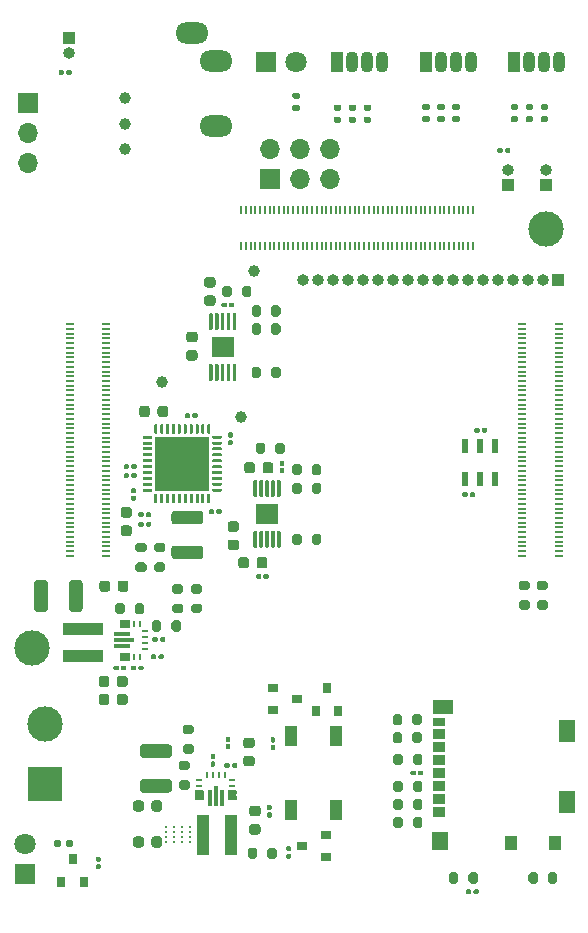
<source format=gbr>
%TF.GenerationSoftware,KiCad,Pcbnew,5.1.10*%
%TF.CreationDate,2021-08-02T15:48:16-04:00*%
%TF.ProjectId,mist-eeg,6d697374-2d65-4656-972e-6b696361645f,1C*%
%TF.SameCoordinates,Original*%
%TF.FileFunction,Soldermask,Top*%
%TF.FilePolarity,Negative*%
%FSLAX46Y46*%
G04 Gerber Fmt 4.6, Leading zero omitted, Abs format (unit mm)*
G04 Created by KiCad (PCBNEW 5.1.10) date 2021-08-02 15:48:16*
%MOMM*%
%LPD*%
G01*
G04 APERTURE LIST*
%ADD10C,0.100000*%
%ADD11R,1.350000X1.900000*%
%ADD12R,1.000000X1.200000*%
%ADD13R,1.350000X1.550000*%
%ADD14R,1.800000X1.170000*%
%ADD15R,1.100000X0.850000*%
%ADD16R,1.100000X0.750000*%
%ADD17C,3.000000*%
%ADD18R,3.000000X3.000000*%
%ADD19R,0.900000X0.800000*%
%ADD20R,0.240000X0.599999*%
%ADD21R,0.850001X0.700001*%
%ADD22R,1.450000X0.349999*%
%ADD23R,1.799999X0.349999*%
%ADD24R,0.599999X0.240000*%
%ADD25R,0.700001X0.850001*%
%ADD26R,0.349999X1.450000*%
%ADD27R,0.349999X1.799999*%
%ADD28R,1.000000X1.700000*%
%ADD29R,0.584200X1.295400*%
%ADD30R,0.711200X0.203200*%
%ADD31R,0.203200X0.711200*%
%ADD32O,2.800000X1.800000*%
%ADD33R,0.800000X0.900000*%
%ADD34C,1.800000*%
%ADD35R,1.800000X1.800000*%
%ADD36O,1.000000X1.000000*%
%ADD37R,1.000000X1.000000*%
%ADD38R,3.400000X0.980000*%
%ADD39R,0.980000X3.400000*%
%ADD40O,1.700000X1.700000*%
%ADD41R,1.700000X1.700000*%
%ADD42C,0.212500*%
%ADD43R,1.880000X1.680000*%
%ADD44R,4.600000X4.600000*%
%ADD45C,1.000000*%
%ADD46O,1.070000X1.800000*%
%ADD47R,1.070000X1.800000*%
G04 APERTURE END LIST*
D10*
%TO.C,U9*%
G36*
X210279501Y-88158500D02*
G01*
X210429500Y-88158500D01*
X210439257Y-88159460D01*
X210448637Y-88162305D01*
X210457280Y-88166928D01*
X210464857Y-88173146D01*
X210471075Y-88180723D01*
X210475695Y-88189366D01*
X210478540Y-88198747D01*
X210479500Y-88208500D01*
X210479500Y-88708499D01*
X210478540Y-88718253D01*
X210475695Y-88727633D01*
X210471075Y-88736277D01*
X210464857Y-88743854D01*
X210457280Y-88750071D01*
X210448637Y-88754694D01*
X210439257Y-88757539D01*
X210429500Y-88758499D01*
X210279501Y-88758499D01*
X210269747Y-88757539D01*
X210260367Y-88754694D01*
X210251723Y-88750071D01*
X210244146Y-88743854D01*
X210237929Y-88736277D01*
X210233308Y-88727633D01*
X210230463Y-88718253D01*
X210229501Y-88708499D01*
X210229501Y-88208500D01*
X210230463Y-88198747D01*
X210233308Y-88189366D01*
X210237929Y-88180723D01*
X210244146Y-88173146D01*
X210251723Y-88166928D01*
X210260367Y-88162305D01*
X210269747Y-88159460D01*
X210279501Y-88158500D01*
G37*
X210279501Y-88158500D02*
X210429500Y-88158500D01*
X210439257Y-88159460D01*
X210448637Y-88162305D01*
X210457280Y-88166928D01*
X210464857Y-88173146D01*
X210471075Y-88180723D01*
X210475695Y-88189366D01*
X210478540Y-88198747D01*
X210479500Y-88208500D01*
X210479500Y-88708499D01*
X210478540Y-88718253D01*
X210475695Y-88727633D01*
X210471075Y-88736277D01*
X210464857Y-88743854D01*
X210457280Y-88750071D01*
X210448637Y-88754694D01*
X210439257Y-88757539D01*
X210429500Y-88758499D01*
X210279501Y-88758499D01*
X210269747Y-88757539D01*
X210260367Y-88754694D01*
X210251723Y-88750071D01*
X210244146Y-88743854D01*
X210237929Y-88736277D01*
X210233308Y-88727633D01*
X210230463Y-88718253D01*
X210229501Y-88708499D01*
X210229501Y-88208500D01*
X210230463Y-88198747D01*
X210233308Y-88189366D01*
X210237929Y-88180723D01*
X210244146Y-88173146D01*
X210251723Y-88166928D01*
X210260367Y-88162305D01*
X210269747Y-88159460D01*
X210279501Y-88158500D01*
G36*
X209779499Y-88158500D02*
G01*
X209929499Y-88158500D01*
X209939252Y-88159460D01*
X209948633Y-88162305D01*
X209957276Y-88166928D01*
X209964853Y-88173146D01*
X209971071Y-88180723D01*
X209975691Y-88189366D01*
X209978536Y-88198747D01*
X209979499Y-88208500D01*
X209979499Y-88708499D01*
X209978536Y-88718253D01*
X209975691Y-88727633D01*
X209971071Y-88736277D01*
X209964853Y-88743854D01*
X209957276Y-88750071D01*
X209948633Y-88754694D01*
X209939252Y-88757539D01*
X209929499Y-88758499D01*
X209779499Y-88758499D01*
X209769743Y-88757539D01*
X209760363Y-88754694D01*
X209751719Y-88750071D01*
X209744142Y-88743854D01*
X209737924Y-88736277D01*
X209733304Y-88727633D01*
X209730459Y-88718253D01*
X209729499Y-88708499D01*
X209729499Y-88208500D01*
X209730459Y-88198747D01*
X209733304Y-88189366D01*
X209737924Y-88180723D01*
X209744142Y-88173146D01*
X209751719Y-88166928D01*
X209760363Y-88162305D01*
X209769743Y-88159460D01*
X209779499Y-88158500D01*
G37*
X209779499Y-88158500D02*
X209929499Y-88158500D01*
X209939252Y-88159460D01*
X209948633Y-88162305D01*
X209957276Y-88166928D01*
X209964853Y-88173146D01*
X209971071Y-88180723D01*
X209975691Y-88189366D01*
X209978536Y-88198747D01*
X209979499Y-88208500D01*
X209979499Y-88708499D01*
X209978536Y-88718253D01*
X209975691Y-88727633D01*
X209971071Y-88736277D01*
X209964853Y-88743854D01*
X209957276Y-88750071D01*
X209948633Y-88754694D01*
X209939252Y-88757539D01*
X209929499Y-88758499D01*
X209779499Y-88758499D01*
X209769743Y-88757539D01*
X209760363Y-88754694D01*
X209751719Y-88750071D01*
X209744142Y-88743854D01*
X209737924Y-88736277D01*
X209733304Y-88727633D01*
X209730459Y-88718253D01*
X209729499Y-88708499D01*
X209729499Y-88208500D01*
X209730459Y-88198747D01*
X209733304Y-88189366D01*
X209737924Y-88180723D01*
X209744142Y-88173146D01*
X209751719Y-88166928D01*
X209760363Y-88162305D01*
X209769743Y-88159460D01*
X209779499Y-88158500D01*
G36*
X210479500Y-88208500D02*
G01*
X210479500Y-88358500D01*
X210478540Y-88368254D01*
X210475695Y-88377634D01*
X210471073Y-88386277D01*
X210464855Y-88393854D01*
X210457278Y-88400072D01*
X210448634Y-88404692D01*
X210439254Y-88407537D01*
X210429500Y-88408500D01*
X209779499Y-88408500D01*
X209769746Y-88407537D01*
X209760365Y-88404692D01*
X209751722Y-88400072D01*
X209744145Y-88393854D01*
X209737927Y-88386277D01*
X209733304Y-88377634D01*
X209730459Y-88368254D01*
X209729499Y-88358500D01*
X209729499Y-88208500D01*
X209730459Y-88198744D01*
X209733304Y-88189364D01*
X209737927Y-88180720D01*
X209744145Y-88173143D01*
X209751722Y-88166926D01*
X209760365Y-88162305D01*
X209769746Y-88159460D01*
X209779499Y-88158500D01*
X210429500Y-88158500D01*
X210439254Y-88159460D01*
X210448634Y-88162305D01*
X210457278Y-88166926D01*
X210464855Y-88173143D01*
X210471073Y-88180720D01*
X210475695Y-88189364D01*
X210478540Y-88198744D01*
X210479500Y-88208500D01*
G37*
X210479500Y-88208500D02*
X210479500Y-88358500D01*
X210478540Y-88368254D01*
X210475695Y-88377634D01*
X210471073Y-88386277D01*
X210464855Y-88393854D01*
X210457278Y-88400072D01*
X210448634Y-88404692D01*
X210439254Y-88407537D01*
X210429500Y-88408500D01*
X209779499Y-88408500D01*
X209769746Y-88407537D01*
X209760365Y-88404692D01*
X209751722Y-88400072D01*
X209744145Y-88393854D01*
X209737927Y-88386277D01*
X209733304Y-88377634D01*
X209730459Y-88368254D01*
X209729499Y-88358500D01*
X209729499Y-88208500D01*
X209730459Y-88198744D01*
X209733304Y-88189364D01*
X209737927Y-88180720D01*
X209744145Y-88173143D01*
X209751722Y-88166926D01*
X209760365Y-88162305D01*
X209769746Y-88159460D01*
X209779499Y-88158500D01*
X210429500Y-88158500D01*
X210439254Y-88159460D01*
X210448634Y-88162305D01*
X210457278Y-88166926D01*
X210464855Y-88173143D01*
X210471073Y-88180720D01*
X210475695Y-88189364D01*
X210478540Y-88198744D01*
X210479500Y-88208500D01*
G36*
X210479500Y-85758500D02*
G01*
X210479500Y-85908500D01*
X210478540Y-85918256D01*
X210475695Y-85927636D01*
X210471073Y-85936280D01*
X210464855Y-85943857D01*
X210457278Y-85950074D01*
X210448634Y-85954695D01*
X210439254Y-85957540D01*
X210429500Y-85958500D01*
X209779499Y-85958500D01*
X209769746Y-85957540D01*
X209760365Y-85954695D01*
X209751722Y-85950074D01*
X209744145Y-85943857D01*
X209737927Y-85936280D01*
X209733304Y-85927636D01*
X209730459Y-85918256D01*
X209729499Y-85908500D01*
X209729499Y-85758500D01*
X209730459Y-85748746D01*
X209733304Y-85739366D01*
X209737927Y-85730723D01*
X209744145Y-85723146D01*
X209751722Y-85716928D01*
X209760365Y-85712308D01*
X209769746Y-85709463D01*
X209779499Y-85708500D01*
X210429500Y-85708500D01*
X210439254Y-85709463D01*
X210448634Y-85712308D01*
X210457278Y-85716928D01*
X210464855Y-85723146D01*
X210471073Y-85730723D01*
X210475695Y-85739366D01*
X210478540Y-85748746D01*
X210479500Y-85758500D01*
G37*
X210479500Y-85758500D02*
X210479500Y-85908500D01*
X210478540Y-85918256D01*
X210475695Y-85927636D01*
X210471073Y-85936280D01*
X210464855Y-85943857D01*
X210457278Y-85950074D01*
X210448634Y-85954695D01*
X210439254Y-85957540D01*
X210429500Y-85958500D01*
X209779499Y-85958500D01*
X209769746Y-85957540D01*
X209760365Y-85954695D01*
X209751722Y-85950074D01*
X209744145Y-85943857D01*
X209737927Y-85936280D01*
X209733304Y-85927636D01*
X209730459Y-85918256D01*
X209729499Y-85908500D01*
X209729499Y-85758500D01*
X209730459Y-85748746D01*
X209733304Y-85739366D01*
X209737927Y-85730723D01*
X209744145Y-85723146D01*
X209751722Y-85716928D01*
X209760365Y-85712308D01*
X209769746Y-85709463D01*
X209779499Y-85708500D01*
X210429500Y-85708500D01*
X210439254Y-85709463D01*
X210448634Y-85712308D01*
X210457278Y-85716928D01*
X210464855Y-85723146D01*
X210471073Y-85730723D01*
X210475695Y-85739366D01*
X210478540Y-85748746D01*
X210479500Y-85758500D01*
G36*
X209929499Y-85958500D02*
G01*
X209779499Y-85958500D01*
X209769743Y-85957540D01*
X209760363Y-85954695D01*
X209751719Y-85950072D01*
X209744142Y-85943854D01*
X209737924Y-85936277D01*
X209733304Y-85927634D01*
X209730459Y-85918253D01*
X209729499Y-85908500D01*
X209729499Y-85408501D01*
X209730459Y-85398747D01*
X209733304Y-85389367D01*
X209737924Y-85380723D01*
X209744142Y-85373146D01*
X209751719Y-85366929D01*
X209760363Y-85362306D01*
X209769743Y-85359461D01*
X209779499Y-85358501D01*
X209929499Y-85358501D01*
X209939252Y-85359461D01*
X209948633Y-85362306D01*
X209957276Y-85366929D01*
X209964853Y-85373146D01*
X209971071Y-85380723D01*
X209975691Y-85389367D01*
X209978536Y-85398747D01*
X209979499Y-85408501D01*
X209979499Y-85908500D01*
X209978536Y-85918253D01*
X209975691Y-85927634D01*
X209971071Y-85936277D01*
X209964853Y-85943854D01*
X209957276Y-85950072D01*
X209948633Y-85954695D01*
X209939252Y-85957540D01*
X209929499Y-85958500D01*
G37*
X209929499Y-85958500D02*
X209779499Y-85958500D01*
X209769743Y-85957540D01*
X209760363Y-85954695D01*
X209751719Y-85950072D01*
X209744142Y-85943854D01*
X209737924Y-85936277D01*
X209733304Y-85927634D01*
X209730459Y-85918253D01*
X209729499Y-85908500D01*
X209729499Y-85408501D01*
X209730459Y-85398747D01*
X209733304Y-85389367D01*
X209737924Y-85380723D01*
X209744142Y-85373146D01*
X209751719Y-85366929D01*
X209760363Y-85362306D01*
X209769743Y-85359461D01*
X209779499Y-85358501D01*
X209929499Y-85358501D01*
X209939252Y-85359461D01*
X209948633Y-85362306D01*
X209957276Y-85366929D01*
X209964853Y-85373146D01*
X209971071Y-85380723D01*
X209975691Y-85389367D01*
X209978536Y-85398747D01*
X209979499Y-85408501D01*
X209979499Y-85908500D01*
X209978536Y-85918253D01*
X209975691Y-85927634D01*
X209971071Y-85936277D01*
X209964853Y-85943854D01*
X209957276Y-85950072D01*
X209948633Y-85954695D01*
X209939252Y-85957540D01*
X209929499Y-85958500D01*
G36*
X210429500Y-85958500D02*
G01*
X210279501Y-85958500D01*
X210269747Y-85957540D01*
X210260367Y-85954695D01*
X210251723Y-85950072D01*
X210244146Y-85943854D01*
X210237929Y-85936277D01*
X210233308Y-85927634D01*
X210230463Y-85918253D01*
X210229501Y-85908500D01*
X210229501Y-85408501D01*
X210230463Y-85398747D01*
X210233308Y-85389367D01*
X210237929Y-85380723D01*
X210244146Y-85373146D01*
X210251723Y-85366929D01*
X210260367Y-85362306D01*
X210269747Y-85359461D01*
X210279501Y-85358501D01*
X210429500Y-85358501D01*
X210439257Y-85359461D01*
X210448637Y-85362306D01*
X210457280Y-85366929D01*
X210464857Y-85373146D01*
X210471075Y-85380723D01*
X210475695Y-85389367D01*
X210478540Y-85398747D01*
X210479500Y-85408501D01*
X210479500Y-85908500D01*
X210478540Y-85918253D01*
X210475695Y-85927634D01*
X210471075Y-85936277D01*
X210464857Y-85943854D01*
X210457280Y-85950072D01*
X210448637Y-85954695D01*
X210439257Y-85957540D01*
X210429500Y-85958500D01*
G37*
X210429500Y-85958500D02*
X210279501Y-85958500D01*
X210269747Y-85957540D01*
X210260367Y-85954695D01*
X210251723Y-85950072D01*
X210244146Y-85943854D01*
X210237929Y-85936277D01*
X210233308Y-85927634D01*
X210230463Y-85918253D01*
X210229501Y-85908500D01*
X210229501Y-85408501D01*
X210230463Y-85398747D01*
X210233308Y-85389367D01*
X210237929Y-85380723D01*
X210244146Y-85373146D01*
X210251723Y-85366929D01*
X210260367Y-85362306D01*
X210269747Y-85359461D01*
X210279501Y-85358501D01*
X210429500Y-85358501D01*
X210439257Y-85359461D01*
X210448637Y-85362306D01*
X210457280Y-85366929D01*
X210464857Y-85373146D01*
X210471075Y-85380723D01*
X210475695Y-85389367D01*
X210478540Y-85398747D01*
X210479500Y-85408501D01*
X210479500Y-85908500D01*
X210478540Y-85918253D01*
X210475695Y-85927634D01*
X210471075Y-85936277D01*
X210464857Y-85943854D01*
X210457280Y-85950072D01*
X210448637Y-85954695D01*
X210439257Y-85957540D01*
X210429500Y-85958500D01*
%TO.C,U8*%
G36*
X218905000Y-99981499D02*
G01*
X218905000Y-99831500D01*
X218905960Y-99821743D01*
X218908805Y-99812363D01*
X218913428Y-99803720D01*
X218919646Y-99796143D01*
X218927223Y-99789925D01*
X218935866Y-99785305D01*
X218945247Y-99782460D01*
X218955000Y-99781500D01*
X219454999Y-99781500D01*
X219464753Y-99782460D01*
X219474133Y-99785305D01*
X219482777Y-99789925D01*
X219490354Y-99796143D01*
X219496571Y-99803720D01*
X219501194Y-99812363D01*
X219504039Y-99821743D01*
X219504999Y-99831500D01*
X219504999Y-99981499D01*
X219504039Y-99991253D01*
X219501194Y-100000633D01*
X219496571Y-100009277D01*
X219490354Y-100016854D01*
X219482777Y-100023071D01*
X219474133Y-100027692D01*
X219464753Y-100030537D01*
X219454999Y-100031499D01*
X218955000Y-100031499D01*
X218945247Y-100030537D01*
X218935866Y-100027692D01*
X218927223Y-100023071D01*
X218919646Y-100016854D01*
X218913428Y-100009277D01*
X218908805Y-100000633D01*
X218905960Y-99991253D01*
X218905000Y-99981499D01*
G37*
X218905000Y-99981499D02*
X218905000Y-99831500D01*
X218905960Y-99821743D01*
X218908805Y-99812363D01*
X218913428Y-99803720D01*
X218919646Y-99796143D01*
X218927223Y-99789925D01*
X218935866Y-99785305D01*
X218945247Y-99782460D01*
X218955000Y-99781500D01*
X219454999Y-99781500D01*
X219464753Y-99782460D01*
X219474133Y-99785305D01*
X219482777Y-99789925D01*
X219490354Y-99796143D01*
X219496571Y-99803720D01*
X219501194Y-99812363D01*
X219504039Y-99821743D01*
X219504999Y-99831500D01*
X219504999Y-99981499D01*
X219504039Y-99991253D01*
X219501194Y-100000633D01*
X219496571Y-100009277D01*
X219490354Y-100016854D01*
X219482777Y-100023071D01*
X219474133Y-100027692D01*
X219464753Y-100030537D01*
X219454999Y-100031499D01*
X218955000Y-100031499D01*
X218945247Y-100030537D01*
X218935866Y-100027692D01*
X218927223Y-100023071D01*
X218919646Y-100016854D01*
X218913428Y-100009277D01*
X218908805Y-100000633D01*
X218905960Y-99991253D01*
X218905000Y-99981499D01*
G36*
X218905000Y-100481501D02*
G01*
X218905000Y-100331501D01*
X218905960Y-100321748D01*
X218908805Y-100312367D01*
X218913428Y-100303724D01*
X218919646Y-100296147D01*
X218927223Y-100289929D01*
X218935866Y-100285309D01*
X218945247Y-100282464D01*
X218955000Y-100281501D01*
X219454999Y-100281501D01*
X219464753Y-100282464D01*
X219474133Y-100285309D01*
X219482777Y-100289929D01*
X219490354Y-100296147D01*
X219496571Y-100303724D01*
X219501194Y-100312367D01*
X219504039Y-100321748D01*
X219504999Y-100331501D01*
X219504999Y-100481501D01*
X219504039Y-100491257D01*
X219501194Y-100500637D01*
X219496571Y-100509281D01*
X219490354Y-100516858D01*
X219482777Y-100523076D01*
X219474133Y-100527696D01*
X219464753Y-100530541D01*
X219454999Y-100531501D01*
X218955000Y-100531501D01*
X218945247Y-100530541D01*
X218935866Y-100527696D01*
X218927223Y-100523076D01*
X218919646Y-100516858D01*
X218913428Y-100509281D01*
X218908805Y-100500637D01*
X218905960Y-100491257D01*
X218905000Y-100481501D01*
G37*
X218905000Y-100481501D02*
X218905000Y-100331501D01*
X218905960Y-100321748D01*
X218908805Y-100312367D01*
X218913428Y-100303724D01*
X218919646Y-100296147D01*
X218927223Y-100289929D01*
X218935866Y-100285309D01*
X218945247Y-100282464D01*
X218955000Y-100281501D01*
X219454999Y-100281501D01*
X219464753Y-100282464D01*
X219474133Y-100285309D01*
X219482777Y-100289929D01*
X219490354Y-100296147D01*
X219496571Y-100303724D01*
X219501194Y-100312367D01*
X219504039Y-100321748D01*
X219504999Y-100331501D01*
X219504999Y-100481501D01*
X219504039Y-100491257D01*
X219501194Y-100500637D01*
X219496571Y-100509281D01*
X219490354Y-100516858D01*
X219482777Y-100523076D01*
X219474133Y-100527696D01*
X219464753Y-100530541D01*
X219454999Y-100531501D01*
X218955000Y-100531501D01*
X218945247Y-100530541D01*
X218935866Y-100527696D01*
X218927223Y-100523076D01*
X218919646Y-100516858D01*
X218913428Y-100509281D01*
X218908805Y-100500637D01*
X218905960Y-100491257D01*
X218905000Y-100481501D01*
G36*
X218955000Y-99781500D02*
G01*
X219105000Y-99781500D01*
X219114754Y-99782460D01*
X219124134Y-99785305D01*
X219132777Y-99789927D01*
X219140354Y-99796145D01*
X219146572Y-99803722D01*
X219151192Y-99812366D01*
X219154037Y-99821746D01*
X219155000Y-99831500D01*
X219155000Y-100481501D01*
X219154037Y-100491254D01*
X219151192Y-100500635D01*
X219146572Y-100509278D01*
X219140354Y-100516855D01*
X219132777Y-100523073D01*
X219124134Y-100527696D01*
X219114754Y-100530541D01*
X219105000Y-100531501D01*
X218955000Y-100531501D01*
X218945244Y-100530541D01*
X218935864Y-100527696D01*
X218927220Y-100523073D01*
X218919643Y-100516855D01*
X218913426Y-100509278D01*
X218908805Y-100500635D01*
X218905960Y-100491254D01*
X218905000Y-100481501D01*
X218905000Y-99831500D01*
X218905960Y-99821746D01*
X218908805Y-99812366D01*
X218913426Y-99803722D01*
X218919643Y-99796145D01*
X218927220Y-99789927D01*
X218935864Y-99785305D01*
X218945244Y-99782460D01*
X218955000Y-99781500D01*
G37*
X218955000Y-99781500D02*
X219105000Y-99781500D01*
X219114754Y-99782460D01*
X219124134Y-99785305D01*
X219132777Y-99789927D01*
X219140354Y-99796145D01*
X219146572Y-99803722D01*
X219151192Y-99812366D01*
X219154037Y-99821746D01*
X219155000Y-99831500D01*
X219155000Y-100481501D01*
X219154037Y-100491254D01*
X219151192Y-100500635D01*
X219146572Y-100509278D01*
X219140354Y-100516855D01*
X219132777Y-100523073D01*
X219124134Y-100527696D01*
X219114754Y-100530541D01*
X219105000Y-100531501D01*
X218955000Y-100531501D01*
X218945244Y-100530541D01*
X218935864Y-100527696D01*
X218927220Y-100523073D01*
X218919643Y-100516855D01*
X218913426Y-100509278D01*
X218908805Y-100500635D01*
X218905960Y-100491254D01*
X218905000Y-100481501D01*
X218905000Y-99831500D01*
X218905960Y-99821746D01*
X218908805Y-99812366D01*
X218913426Y-99803722D01*
X218919643Y-99796145D01*
X218927220Y-99789927D01*
X218935864Y-99785305D01*
X218945244Y-99782460D01*
X218955000Y-99781500D01*
G36*
X216505000Y-99781500D02*
G01*
X216655000Y-99781500D01*
X216664756Y-99782460D01*
X216674136Y-99785305D01*
X216682780Y-99789927D01*
X216690357Y-99796145D01*
X216696574Y-99803722D01*
X216701195Y-99812366D01*
X216704040Y-99821746D01*
X216705000Y-99831500D01*
X216705000Y-100481501D01*
X216704040Y-100491254D01*
X216701195Y-100500635D01*
X216696574Y-100509278D01*
X216690357Y-100516855D01*
X216682780Y-100523073D01*
X216674136Y-100527696D01*
X216664756Y-100530541D01*
X216655000Y-100531501D01*
X216505000Y-100531501D01*
X216495246Y-100530541D01*
X216485866Y-100527696D01*
X216477223Y-100523073D01*
X216469646Y-100516855D01*
X216463428Y-100509278D01*
X216458808Y-100500635D01*
X216455963Y-100491254D01*
X216455000Y-100481501D01*
X216455000Y-99831500D01*
X216455963Y-99821746D01*
X216458808Y-99812366D01*
X216463428Y-99803722D01*
X216469646Y-99796145D01*
X216477223Y-99789927D01*
X216485866Y-99785305D01*
X216495246Y-99782460D01*
X216505000Y-99781500D01*
G37*
X216505000Y-99781500D02*
X216655000Y-99781500D01*
X216664756Y-99782460D01*
X216674136Y-99785305D01*
X216682780Y-99789927D01*
X216690357Y-99796145D01*
X216696574Y-99803722D01*
X216701195Y-99812366D01*
X216704040Y-99821746D01*
X216705000Y-99831500D01*
X216705000Y-100481501D01*
X216704040Y-100491254D01*
X216701195Y-100500635D01*
X216696574Y-100509278D01*
X216690357Y-100516855D01*
X216682780Y-100523073D01*
X216674136Y-100527696D01*
X216664756Y-100530541D01*
X216655000Y-100531501D01*
X216505000Y-100531501D01*
X216495246Y-100530541D01*
X216485866Y-100527696D01*
X216477223Y-100523073D01*
X216469646Y-100516855D01*
X216463428Y-100509278D01*
X216458808Y-100500635D01*
X216455963Y-100491254D01*
X216455000Y-100481501D01*
X216455000Y-99831500D01*
X216455963Y-99821746D01*
X216458808Y-99812366D01*
X216463428Y-99803722D01*
X216469646Y-99796145D01*
X216477223Y-99789927D01*
X216485866Y-99785305D01*
X216495246Y-99782460D01*
X216505000Y-99781500D01*
G36*
X216705000Y-100331501D02*
G01*
X216705000Y-100481501D01*
X216704040Y-100491257D01*
X216701195Y-100500637D01*
X216696572Y-100509281D01*
X216690354Y-100516858D01*
X216682777Y-100523076D01*
X216674134Y-100527696D01*
X216664753Y-100530541D01*
X216655000Y-100531501D01*
X216155001Y-100531501D01*
X216145247Y-100530541D01*
X216135867Y-100527696D01*
X216127223Y-100523076D01*
X216119646Y-100516858D01*
X216113429Y-100509281D01*
X216108806Y-100500637D01*
X216105961Y-100491257D01*
X216105001Y-100481501D01*
X216105001Y-100331501D01*
X216105961Y-100321748D01*
X216108806Y-100312367D01*
X216113429Y-100303724D01*
X216119646Y-100296147D01*
X216127223Y-100289929D01*
X216135867Y-100285309D01*
X216145247Y-100282464D01*
X216155001Y-100281501D01*
X216655000Y-100281501D01*
X216664753Y-100282464D01*
X216674134Y-100285309D01*
X216682777Y-100289929D01*
X216690354Y-100296147D01*
X216696572Y-100303724D01*
X216701195Y-100312367D01*
X216704040Y-100321748D01*
X216705000Y-100331501D01*
G37*
X216705000Y-100331501D02*
X216705000Y-100481501D01*
X216704040Y-100491257D01*
X216701195Y-100500637D01*
X216696572Y-100509281D01*
X216690354Y-100516858D01*
X216682777Y-100523076D01*
X216674134Y-100527696D01*
X216664753Y-100530541D01*
X216655000Y-100531501D01*
X216155001Y-100531501D01*
X216145247Y-100530541D01*
X216135867Y-100527696D01*
X216127223Y-100523076D01*
X216119646Y-100516858D01*
X216113429Y-100509281D01*
X216108806Y-100500637D01*
X216105961Y-100491257D01*
X216105001Y-100481501D01*
X216105001Y-100331501D01*
X216105961Y-100321748D01*
X216108806Y-100312367D01*
X216113429Y-100303724D01*
X216119646Y-100296147D01*
X216127223Y-100289929D01*
X216135867Y-100285309D01*
X216145247Y-100282464D01*
X216155001Y-100281501D01*
X216655000Y-100281501D01*
X216664753Y-100282464D01*
X216674134Y-100285309D01*
X216682777Y-100289929D01*
X216690354Y-100296147D01*
X216696572Y-100303724D01*
X216701195Y-100312367D01*
X216704040Y-100321748D01*
X216705000Y-100331501D01*
G36*
X216705000Y-99831500D02*
G01*
X216705000Y-99981499D01*
X216704040Y-99991253D01*
X216701195Y-100000633D01*
X216696572Y-100009277D01*
X216690354Y-100016854D01*
X216682777Y-100023071D01*
X216674134Y-100027692D01*
X216664753Y-100030537D01*
X216655000Y-100031499D01*
X216155001Y-100031499D01*
X216145247Y-100030537D01*
X216135867Y-100027692D01*
X216127223Y-100023071D01*
X216119646Y-100016854D01*
X216113429Y-100009277D01*
X216108806Y-100000633D01*
X216105961Y-99991253D01*
X216105001Y-99981499D01*
X216105001Y-99831500D01*
X216105961Y-99821743D01*
X216108806Y-99812363D01*
X216113429Y-99803720D01*
X216119646Y-99796143D01*
X216127223Y-99789925D01*
X216135867Y-99785305D01*
X216145247Y-99782460D01*
X216155001Y-99781500D01*
X216655000Y-99781500D01*
X216664753Y-99782460D01*
X216674134Y-99785305D01*
X216682777Y-99789925D01*
X216690354Y-99796143D01*
X216696572Y-99803720D01*
X216701195Y-99812363D01*
X216704040Y-99821743D01*
X216705000Y-99831500D01*
G37*
X216705000Y-99831500D02*
X216705000Y-99981499D01*
X216704040Y-99991253D01*
X216701195Y-100000633D01*
X216696572Y-100009277D01*
X216690354Y-100016854D01*
X216682777Y-100023071D01*
X216674134Y-100027692D01*
X216664753Y-100030537D01*
X216655000Y-100031499D01*
X216155001Y-100031499D01*
X216145247Y-100030537D01*
X216135867Y-100027692D01*
X216127223Y-100023071D01*
X216119646Y-100016854D01*
X216113429Y-100009277D01*
X216108806Y-100000633D01*
X216105961Y-99991253D01*
X216105001Y-99981499D01*
X216105001Y-99831500D01*
X216105961Y-99821743D01*
X216108806Y-99812363D01*
X216113429Y-99803720D01*
X216119646Y-99796143D01*
X216127223Y-99789925D01*
X216135867Y-99785305D01*
X216145247Y-99782460D01*
X216155001Y-99781500D01*
X216655000Y-99781500D01*
X216664753Y-99782460D01*
X216674134Y-99785305D01*
X216682777Y-99789925D01*
X216690354Y-99796143D01*
X216696572Y-99803720D01*
X216701195Y-99812363D01*
X216704040Y-99821743D01*
X216705000Y-99831500D01*
%TD*%
D11*
%TO.C,J5*%
X247500500Y-94758500D03*
X247500500Y-100728500D03*
D12*
X242825500Y-104228500D03*
X246525500Y-104228500D03*
D13*
X236800500Y-104053500D03*
D14*
X237025500Y-92733500D03*
D15*
X236675500Y-94993500D03*
X236675500Y-96093500D03*
X236675500Y-97193500D03*
X236675500Y-98293500D03*
X236675500Y-99393500D03*
X236675500Y-100493500D03*
D16*
X236675500Y-93943500D03*
D15*
X236675500Y-101593500D03*
%TD*%
D17*
%TO.C,J1*%
X203327000Y-94170500D03*
D18*
X203327000Y-99250500D03*
%TD*%
%TO.C,R11*%
G36*
G01*
X222731000Y-95731500D02*
X222531000Y-95731500D01*
G75*
G02*
X222431000Y-95631500I0J100000D01*
G01*
X222431000Y-95371500D01*
G75*
G02*
X222531000Y-95271500I100000J0D01*
G01*
X222731000Y-95271500D01*
G75*
G02*
X222831000Y-95371500I0J-100000D01*
G01*
X222831000Y-95631500D01*
G75*
G02*
X222731000Y-95731500I-100000J0D01*
G01*
G37*
G36*
G01*
X222731000Y-96371500D02*
X222531000Y-96371500D01*
G75*
G02*
X222431000Y-96271500I0J100000D01*
G01*
X222431000Y-96011500D01*
G75*
G02*
X222531000Y-95911500I100000J0D01*
G01*
X222731000Y-95911500D01*
G75*
G02*
X222831000Y-96011500I0J-100000D01*
G01*
X222831000Y-96271500D01*
G75*
G02*
X222731000Y-96371500I-100000J0D01*
G01*
G37*
%TD*%
D19*
%TO.C,Q2*%
X224647000Y-92011500D03*
X222647000Y-92961500D03*
X222647000Y-91061500D03*
%TD*%
%TO.C,C41*%
G36*
G01*
X203570000Y-82211999D02*
X203570000Y-84412001D01*
G75*
G02*
X203320001Y-84662000I-249999J0D01*
G01*
X202669999Y-84662000D01*
G75*
G02*
X202420000Y-84412001I0J249999D01*
G01*
X202420000Y-82211999D01*
G75*
G02*
X202669999Y-81962000I249999J0D01*
G01*
X203320001Y-81962000D01*
G75*
G02*
X203570000Y-82211999I0J-249999D01*
G01*
G37*
G36*
G01*
X206520000Y-82211999D02*
X206520000Y-84412001D01*
G75*
G02*
X206270001Y-84662000I-249999J0D01*
G01*
X205619999Y-84662000D01*
G75*
G02*
X205370000Y-84412001I0J249999D01*
G01*
X205370000Y-82211999D01*
G75*
G02*
X205619999Y-81962000I249999J0D01*
G01*
X206270001Y-81962000D01*
G75*
G02*
X206520000Y-82211999I0J-249999D01*
G01*
G37*
%TD*%
%TO.C,C34*%
G36*
G01*
X213825001Y-97017000D02*
X211624999Y-97017000D01*
G75*
G02*
X211375000Y-96767001I0J249999D01*
G01*
X211375000Y-96116999D01*
G75*
G02*
X211624999Y-95867000I249999J0D01*
G01*
X213825001Y-95867000D01*
G75*
G02*
X214075000Y-96116999I0J-249999D01*
G01*
X214075000Y-96767001D01*
G75*
G02*
X213825001Y-97017000I-249999J0D01*
G01*
G37*
G36*
G01*
X213825001Y-99967000D02*
X211624999Y-99967000D01*
G75*
G02*
X211375000Y-99717001I0J249999D01*
G01*
X211375000Y-99066999D01*
G75*
G02*
X211624999Y-98817000I249999J0D01*
G01*
X213825001Y-98817000D01*
G75*
G02*
X214075000Y-99066999I0J-249999D01*
G01*
X214075000Y-99717001D01*
G75*
G02*
X213825001Y-99967000I-249999J0D01*
G01*
G37*
%TD*%
%TO.C,C27*%
G36*
G01*
X221762200Y-72703500D02*
X221762200Y-72203500D01*
G75*
G02*
X221987200Y-71978500I225000J0D01*
G01*
X222437200Y-71978500D01*
G75*
G02*
X222662200Y-72203500I0J-225000D01*
G01*
X222662200Y-72703500D01*
G75*
G02*
X222437200Y-72928500I-225000J0D01*
G01*
X221987200Y-72928500D01*
G75*
G02*
X221762200Y-72703500I0J225000D01*
G01*
G37*
G36*
G01*
X220212200Y-72703500D02*
X220212200Y-72203500D01*
G75*
G02*
X220437200Y-71978500I225000J0D01*
G01*
X220887200Y-71978500D01*
G75*
G02*
X221112200Y-72203500I0J-225000D01*
G01*
X221112200Y-72703500D01*
G75*
G02*
X220887200Y-72928500I-225000J0D01*
G01*
X220437200Y-72928500D01*
G75*
G02*
X220212200Y-72703500I0J225000D01*
G01*
G37*
%TD*%
%TO.C,C26*%
G36*
G01*
X217547000Y-57206000D02*
X217047000Y-57206000D01*
G75*
G02*
X216822000Y-56981000I0J225000D01*
G01*
X216822000Y-56531000D01*
G75*
G02*
X217047000Y-56306000I225000J0D01*
G01*
X217547000Y-56306000D01*
G75*
G02*
X217772000Y-56531000I0J-225000D01*
G01*
X217772000Y-56981000D01*
G75*
G02*
X217547000Y-57206000I-225000J0D01*
G01*
G37*
G36*
G01*
X217547000Y-58756000D02*
X217047000Y-58756000D01*
G75*
G02*
X216822000Y-58531000I0J225000D01*
G01*
X216822000Y-58081000D01*
G75*
G02*
X217047000Y-57856000I225000J0D01*
G01*
X217547000Y-57856000D01*
G75*
G02*
X217772000Y-58081000I0J-225000D01*
G01*
X217772000Y-58531000D01*
G75*
G02*
X217547000Y-58756000I-225000J0D01*
G01*
G37*
%TD*%
%TO.C,C23*%
G36*
G01*
X220604200Y-80242600D02*
X220604200Y-80742600D01*
G75*
G02*
X220379200Y-80967600I-225000J0D01*
G01*
X219929200Y-80967600D01*
G75*
G02*
X219704200Y-80742600I0J225000D01*
G01*
X219704200Y-80242600D01*
G75*
G02*
X219929200Y-80017600I225000J0D01*
G01*
X220379200Y-80017600D01*
G75*
G02*
X220604200Y-80242600I0J-225000D01*
G01*
G37*
G36*
G01*
X222154200Y-80242600D02*
X222154200Y-80742600D01*
G75*
G02*
X221929200Y-80967600I-225000J0D01*
G01*
X221479200Y-80967600D01*
G75*
G02*
X221254200Y-80742600I0J225000D01*
G01*
X221254200Y-80242600D01*
G75*
G02*
X221479200Y-80017600I225000J0D01*
G01*
X221929200Y-80017600D01*
G75*
G02*
X222154200Y-80242600I0J-225000D01*
G01*
G37*
%TD*%
%TO.C,C22*%
G36*
G01*
X216023000Y-61841500D02*
X215523000Y-61841500D01*
G75*
G02*
X215298000Y-61616500I0J225000D01*
G01*
X215298000Y-61166500D01*
G75*
G02*
X215523000Y-60941500I225000J0D01*
G01*
X216023000Y-60941500D01*
G75*
G02*
X216248000Y-61166500I0J-225000D01*
G01*
X216248000Y-61616500D01*
G75*
G02*
X216023000Y-61841500I-225000J0D01*
G01*
G37*
G36*
G01*
X216023000Y-63391500D02*
X215523000Y-63391500D01*
G75*
G02*
X215298000Y-63166500I0J225000D01*
G01*
X215298000Y-62716500D01*
G75*
G02*
X215523000Y-62491500I225000J0D01*
G01*
X216023000Y-62491500D01*
G75*
G02*
X216248000Y-62716500I0J-225000D01*
G01*
X216248000Y-63166500D01*
G75*
G02*
X216023000Y-63391500I-225000J0D01*
G01*
G37*
%TD*%
%TO.C,C50*%
G36*
G01*
X214291999Y-79043100D02*
X216492001Y-79043100D01*
G75*
G02*
X216742000Y-79293099I0J-249999D01*
G01*
X216742000Y-79943101D01*
G75*
G02*
X216492001Y-80193100I-249999J0D01*
G01*
X214291999Y-80193100D01*
G75*
G02*
X214042000Y-79943101I0J249999D01*
G01*
X214042000Y-79293099D01*
G75*
G02*
X214291999Y-79043100I249999J0D01*
G01*
G37*
G36*
G01*
X214291999Y-76093100D02*
X216492001Y-76093100D01*
G75*
G02*
X216742000Y-76343099I0J-249999D01*
G01*
X216742000Y-76993101D01*
G75*
G02*
X216492001Y-77243100I-249999J0D01*
G01*
X214291999Y-77243100D01*
G75*
G02*
X214042000Y-76993101I0J249999D01*
G01*
X214042000Y-76343099D01*
G75*
G02*
X214291999Y-76093100I249999J0D01*
G01*
G37*
%TD*%
D20*
%TO.C,U9*%
X211354500Y-88458500D03*
X210854501Y-88458500D03*
D21*
X210104500Y-88458500D03*
X210104500Y-88458500D03*
D22*
X209854500Y-87558499D03*
D23*
X210029501Y-87058500D03*
D22*
X209854500Y-86558501D03*
D21*
X210104500Y-85658500D03*
X210104500Y-85658500D03*
D20*
X210854501Y-85658500D03*
X211354500Y-85658500D03*
D24*
X211779500Y-86308502D03*
X211779500Y-86808500D03*
X211779500Y-87308502D03*
X211779500Y-87808501D03*
%TD*%
%TO.C,U8*%
X219205000Y-98906500D03*
X219205000Y-99406499D03*
D25*
X219205000Y-100156500D03*
X219205000Y-100156500D03*
D26*
X218304999Y-100406500D03*
D27*
X217805000Y-100231499D03*
D26*
X217305001Y-100406500D03*
D25*
X216405000Y-100156500D03*
X216405000Y-100156500D03*
D24*
X216405000Y-99406499D03*
X216405000Y-98906500D03*
D20*
X217055002Y-98481500D03*
X217555000Y-98481500D03*
X218055002Y-98481500D03*
X218555001Y-98481500D03*
%TD*%
%TO.C,R10*%
G36*
G01*
X218921000Y-95668000D02*
X218721000Y-95668000D01*
G75*
G02*
X218621000Y-95568000I0J100000D01*
G01*
X218621000Y-95308000D01*
G75*
G02*
X218721000Y-95208000I100000J0D01*
G01*
X218921000Y-95208000D01*
G75*
G02*
X219021000Y-95308000I0J-100000D01*
G01*
X219021000Y-95568000D01*
G75*
G02*
X218921000Y-95668000I-100000J0D01*
G01*
G37*
G36*
G01*
X218921000Y-96308000D02*
X218721000Y-96308000D01*
G75*
G02*
X218621000Y-96208000I0J100000D01*
G01*
X218621000Y-95948000D01*
G75*
G02*
X218721000Y-95848000I100000J0D01*
G01*
X218921000Y-95848000D01*
G75*
G02*
X219021000Y-95948000I0J-100000D01*
G01*
X219021000Y-96208000D01*
G75*
G02*
X218921000Y-96308000I-100000J0D01*
G01*
G37*
%TD*%
D28*
%TO.C,SW3*%
X224160000Y-101448000D03*
X224160000Y-95148000D03*
X227960000Y-101448000D03*
X227960000Y-95148000D03*
%TD*%
D29*
%TO.C,U12*%
X238887000Y-70650100D03*
X240157000Y-70650100D03*
X241427000Y-70650100D03*
X241427000Y-73367900D03*
X240157000Y-73367900D03*
X238887000Y-73367900D03*
%TD*%
D30*
%TO.C,J10*%
X243740001Y-79909998D03*
X246819999Y-79909998D03*
X243740001Y-79509999D03*
X246819999Y-79509999D03*
X243740001Y-79110000D03*
X246819999Y-79110000D03*
X243740001Y-78709998D03*
X246819999Y-78709998D03*
X243740001Y-78309999D03*
X246819999Y-78309999D03*
X243740001Y-77910000D03*
X246819999Y-77910000D03*
X243740001Y-77510000D03*
X246819999Y-77510000D03*
X243740001Y-77109999D03*
X246819999Y-77109999D03*
X243740001Y-76709999D03*
X246819999Y-76709999D03*
X243740001Y-76310000D03*
X246819999Y-76310000D03*
X243740001Y-75909999D03*
X246819999Y-75909999D03*
X243740001Y-75509999D03*
X246819999Y-75509999D03*
X243740001Y-75110000D03*
X246819999Y-75110000D03*
X243740001Y-74709998D03*
X246819999Y-74709998D03*
X243740001Y-74309999D03*
X246819999Y-74309999D03*
X243740001Y-73910000D03*
X246819999Y-73910000D03*
X243740001Y-73510001D03*
X246819999Y-73510001D03*
X243740001Y-73109999D03*
X246819999Y-73109999D03*
X243740001Y-72710000D03*
X246819999Y-72710000D03*
X243740001Y-72310001D03*
X246819999Y-72310001D03*
X243740001Y-71909999D03*
X246819999Y-71909999D03*
X243740001Y-71510000D03*
X246819999Y-71510000D03*
X243740001Y-71110001D03*
X246819999Y-71110001D03*
X243740001Y-70710001D03*
X246819999Y-70710001D03*
X243740001Y-70310000D03*
X246819999Y-70310000D03*
X243740001Y-69910000D03*
X246819999Y-69910000D03*
X243740001Y-69510001D03*
X246819999Y-69510001D03*
X243740001Y-69109999D03*
X246819999Y-69109999D03*
X243740001Y-68710000D03*
X246819999Y-68710000D03*
X243740001Y-68310001D03*
X246819999Y-68310001D03*
X243740001Y-67909999D03*
X246819999Y-67909999D03*
X243740001Y-67510000D03*
X246819999Y-67510000D03*
X243740001Y-67110001D03*
X246819999Y-67110001D03*
X243740001Y-66710002D03*
X246819999Y-66710002D03*
X243740001Y-66310000D03*
X246819999Y-66310000D03*
X243740001Y-65910001D03*
X246819999Y-65910001D03*
X243740001Y-65510002D03*
X246819999Y-65510002D03*
X243740001Y-65110000D03*
X246819999Y-65110000D03*
X243740001Y-64710001D03*
X246819999Y-64710001D03*
X243740001Y-64310001D03*
X246819999Y-64310001D03*
X243740001Y-63910000D03*
X246819999Y-63910000D03*
X243740001Y-63510001D03*
X246819999Y-63510001D03*
X243740001Y-63110001D03*
X246819999Y-63110001D03*
X243740001Y-62710002D03*
X246819999Y-62710002D03*
X243740001Y-62310000D03*
X246819999Y-62310000D03*
X243740001Y-61910001D03*
X246819999Y-61910001D03*
X243740001Y-61510002D03*
X246819999Y-61510002D03*
X243740001Y-61110000D03*
X246819999Y-61110000D03*
X243740001Y-60710001D03*
X246819999Y-60710001D03*
X243740001Y-60310002D03*
X246819999Y-60310002D03*
%TD*%
D31*
%TO.C,J9*%
X219950002Y-50590001D03*
X219950002Y-53669999D03*
X220350001Y-50590001D03*
X220350001Y-53669999D03*
X220750000Y-50590001D03*
X220750000Y-53669999D03*
X221150002Y-50590001D03*
X221150002Y-53669999D03*
X221550001Y-50590001D03*
X221550001Y-53669999D03*
X221950000Y-50590001D03*
X221950000Y-53669999D03*
X222350000Y-50590001D03*
X222350000Y-53669999D03*
X222750001Y-50590001D03*
X222750001Y-53669999D03*
X223150001Y-50590001D03*
X223150001Y-53669999D03*
X223550000Y-50590001D03*
X223550000Y-53669999D03*
X223950001Y-50590001D03*
X223950001Y-53669999D03*
X224350001Y-50590001D03*
X224350001Y-53669999D03*
X224750000Y-50590001D03*
X224750000Y-53669999D03*
X225150002Y-50590001D03*
X225150002Y-53669999D03*
X225550001Y-50590001D03*
X225550001Y-53669999D03*
X225950000Y-50590001D03*
X225950000Y-53669999D03*
X226349999Y-50590001D03*
X226349999Y-53669999D03*
X226750001Y-50590001D03*
X226750001Y-53669999D03*
X227150000Y-50590001D03*
X227150000Y-53669999D03*
X227549999Y-50590001D03*
X227549999Y-53669999D03*
X227950001Y-50590001D03*
X227950001Y-53669999D03*
X228350000Y-50590001D03*
X228350000Y-53669999D03*
X228749999Y-50590001D03*
X228749999Y-53669999D03*
X229149999Y-50590001D03*
X229149999Y-53669999D03*
X229550000Y-50590001D03*
X229550000Y-53669999D03*
X229950000Y-50590001D03*
X229950000Y-53669999D03*
X230349999Y-50590001D03*
X230349999Y-53669999D03*
X230750001Y-50590001D03*
X230750001Y-53669999D03*
X231150000Y-50590001D03*
X231150000Y-53669999D03*
X231549999Y-50590001D03*
X231549999Y-53669999D03*
X231950001Y-50590001D03*
X231950001Y-53669999D03*
X232350000Y-50590001D03*
X232350000Y-53669999D03*
X232749999Y-50590001D03*
X232749999Y-53669999D03*
X233149998Y-50590001D03*
X233149998Y-53669999D03*
X233550000Y-50590001D03*
X233550000Y-53669999D03*
X233949999Y-50590001D03*
X233949999Y-53669999D03*
X234349998Y-50590001D03*
X234349998Y-53669999D03*
X234750000Y-50590001D03*
X234750000Y-53669999D03*
X235149999Y-50590001D03*
X235149999Y-53669999D03*
X235549999Y-50590001D03*
X235549999Y-53669999D03*
X235950000Y-50590001D03*
X235950000Y-53669999D03*
X236349999Y-50590001D03*
X236349999Y-53669999D03*
X236749999Y-50590001D03*
X236749999Y-53669999D03*
X237149998Y-50590001D03*
X237149998Y-53669999D03*
X237550000Y-50590001D03*
X237550000Y-53669999D03*
X237949999Y-50590001D03*
X237949999Y-53669999D03*
X238349998Y-50590001D03*
X238349998Y-53669999D03*
X238750000Y-50590001D03*
X238750000Y-53669999D03*
X239149999Y-50590001D03*
X239149999Y-53669999D03*
X239549998Y-50590001D03*
X239549998Y-53669999D03*
%TD*%
D30*
%TO.C,J8*%
X205440001Y-79909998D03*
X208519999Y-79909998D03*
X205440001Y-79509999D03*
X208519999Y-79509999D03*
X205440001Y-79110000D03*
X208519999Y-79110000D03*
X205440001Y-78709998D03*
X208519999Y-78709998D03*
X205440001Y-78309999D03*
X208519999Y-78309999D03*
X205440001Y-77910000D03*
X208519999Y-77910000D03*
X205440001Y-77510000D03*
X208519999Y-77510000D03*
X205440001Y-77109999D03*
X208519999Y-77109999D03*
X205440001Y-76709999D03*
X208519999Y-76709999D03*
X205440001Y-76310000D03*
X208519999Y-76310000D03*
X205440001Y-75909999D03*
X208519999Y-75909999D03*
X205440001Y-75509999D03*
X208519999Y-75509999D03*
X205440001Y-75110000D03*
X208519999Y-75110000D03*
X205440001Y-74709998D03*
X208519999Y-74709998D03*
X205440001Y-74309999D03*
X208519999Y-74309999D03*
X205440001Y-73910000D03*
X208519999Y-73910000D03*
X205440001Y-73510001D03*
X208519999Y-73510001D03*
X205440001Y-73109999D03*
X208519999Y-73109999D03*
X205440001Y-72710000D03*
X208519999Y-72710000D03*
X205440001Y-72310001D03*
X208519999Y-72310001D03*
X205440001Y-71909999D03*
X208519999Y-71909999D03*
X205440001Y-71510000D03*
X208519999Y-71510000D03*
X205440001Y-71110001D03*
X208519999Y-71110001D03*
X205440001Y-70710001D03*
X208519999Y-70710001D03*
X205440001Y-70310000D03*
X208519999Y-70310000D03*
X205440001Y-69910000D03*
X208519999Y-69910000D03*
X205440001Y-69510001D03*
X208519999Y-69510001D03*
X205440001Y-69109999D03*
X208519999Y-69109999D03*
X205440001Y-68710000D03*
X208519999Y-68710000D03*
X205440001Y-68310001D03*
X208519999Y-68310001D03*
X205440001Y-67909999D03*
X208519999Y-67909999D03*
X205440001Y-67510000D03*
X208519999Y-67510000D03*
X205440001Y-67110001D03*
X208519999Y-67110001D03*
X205440001Y-66710002D03*
X208519999Y-66710002D03*
X205440001Y-66310000D03*
X208519999Y-66310000D03*
X205440001Y-65910001D03*
X208519999Y-65910001D03*
X205440001Y-65510002D03*
X208519999Y-65510002D03*
X205440001Y-65110000D03*
X208519999Y-65110000D03*
X205440001Y-64710001D03*
X208519999Y-64710001D03*
X205440001Y-64310001D03*
X208519999Y-64310001D03*
X205440001Y-63910000D03*
X208519999Y-63910000D03*
X205440001Y-63510001D03*
X208519999Y-63510001D03*
X205440001Y-63110001D03*
X208519999Y-63110001D03*
X205440001Y-62710002D03*
X208519999Y-62710002D03*
X205440001Y-62310000D03*
X208519999Y-62310000D03*
X205440001Y-61910001D03*
X208519999Y-61910001D03*
X205440001Y-61510002D03*
X208519999Y-61510002D03*
X205440001Y-61110000D03*
X208519999Y-61110000D03*
X205440001Y-60710001D03*
X208519999Y-60710001D03*
X205440001Y-60310002D03*
X208519999Y-60310002D03*
%TD*%
%TO.C,FB1*%
G36*
G01*
X245916000Y-107463000D02*
X245916000Y-106913000D01*
G75*
G02*
X246116000Y-106713000I200000J0D01*
G01*
X246516000Y-106713000D01*
G75*
G02*
X246716000Y-106913000I0J-200000D01*
G01*
X246716000Y-107463000D01*
G75*
G02*
X246516000Y-107663000I-200000J0D01*
G01*
X246116000Y-107663000D01*
G75*
G02*
X245916000Y-107463000I0J200000D01*
G01*
G37*
G36*
G01*
X244266000Y-107463000D02*
X244266000Y-106913000D01*
G75*
G02*
X244466000Y-106713000I200000J0D01*
G01*
X244866000Y-106713000D01*
G75*
G02*
X245066000Y-106913000I0J-200000D01*
G01*
X245066000Y-107463000D01*
G75*
G02*
X244866000Y-107663000I-200000J0D01*
G01*
X244466000Y-107663000D01*
G75*
G02*
X244266000Y-107463000I0J200000D01*
G01*
G37*
%TD*%
D32*
%TO.C,J3*%
X217773000Y-43523500D03*
X217773000Y-38023500D03*
X215773000Y-35623500D03*
%TD*%
D17*
%TO.C,H2*%
X245750000Y-52250000D03*
%TD*%
%TO.C,H1*%
X202250000Y-87750000D03*
%TD*%
%TO.C,R7*%
G36*
G01*
X204674500Y-104082000D02*
X204674500Y-104452000D01*
G75*
G02*
X204539500Y-104587000I-135000J0D01*
G01*
X204269500Y-104587000D01*
G75*
G02*
X204134500Y-104452000I0J135000D01*
G01*
X204134500Y-104082000D01*
G75*
G02*
X204269500Y-103947000I135000J0D01*
G01*
X204539500Y-103947000D01*
G75*
G02*
X204674500Y-104082000I0J-135000D01*
G01*
G37*
G36*
G01*
X205694500Y-104082000D02*
X205694500Y-104452000D01*
G75*
G02*
X205559500Y-104587000I-135000J0D01*
G01*
X205289500Y-104587000D01*
G75*
G02*
X205154500Y-104452000I0J135000D01*
G01*
X205154500Y-104082000D01*
G75*
G02*
X205289500Y-103947000I135000J0D01*
G01*
X205559500Y-103947000D01*
G75*
G02*
X205694500Y-104082000I0J-135000D01*
G01*
G37*
%TD*%
%TO.C,R6*%
G36*
G01*
X207735500Y-106008000D02*
X207935500Y-106008000D01*
G75*
G02*
X208035500Y-106108000I0J-100000D01*
G01*
X208035500Y-106368000D01*
G75*
G02*
X207935500Y-106468000I-100000J0D01*
G01*
X207735500Y-106468000D01*
G75*
G02*
X207635500Y-106368000I0J100000D01*
G01*
X207635500Y-106108000D01*
G75*
G02*
X207735500Y-106008000I100000J0D01*
G01*
G37*
G36*
G01*
X207735500Y-105368000D02*
X207935500Y-105368000D01*
G75*
G02*
X208035500Y-105468000I0J-100000D01*
G01*
X208035500Y-105728000D01*
G75*
G02*
X207935500Y-105828000I-100000J0D01*
G01*
X207735500Y-105828000D01*
G75*
G02*
X207635500Y-105728000I0J100000D01*
G01*
X207635500Y-105468000D01*
G75*
G02*
X207735500Y-105368000I100000J0D01*
G01*
G37*
%TD*%
D33*
%TO.C,Q1*%
X205676500Y-105553000D03*
X206626500Y-107553000D03*
X204726500Y-107553000D03*
%TD*%
D34*
%TO.C,D2*%
X201612500Y-104267000D03*
D35*
X201612500Y-106807000D03*
%TD*%
D36*
%TO.C,SW5*%
X245745000Y-47244000D03*
D37*
X245745000Y-48514000D03*
%TD*%
%TO.C,R116*%
G36*
G01*
X239294500Y-74839500D02*
X239294500Y-74639500D01*
G75*
G02*
X239394500Y-74539500I100000J0D01*
G01*
X239654500Y-74539500D01*
G75*
G02*
X239754500Y-74639500I0J-100000D01*
G01*
X239754500Y-74839500D01*
G75*
G02*
X239654500Y-74939500I-100000J0D01*
G01*
X239394500Y-74939500D01*
G75*
G02*
X239294500Y-74839500I0J100000D01*
G01*
G37*
G36*
G01*
X238654500Y-74839500D02*
X238654500Y-74639500D01*
G75*
G02*
X238754500Y-74539500I100000J0D01*
G01*
X239014500Y-74539500D01*
G75*
G02*
X239114500Y-74639500I0J-100000D01*
G01*
X239114500Y-74839500D01*
G75*
G02*
X239014500Y-74939500I-100000J0D01*
G01*
X238754500Y-74939500D01*
G75*
G02*
X238654500Y-74839500I0J100000D01*
G01*
G37*
%TD*%
%TO.C,R109*%
G36*
G01*
X222167000Y-105367500D02*
X222167000Y-104817500D01*
G75*
G02*
X222367000Y-104617500I200000J0D01*
G01*
X222767000Y-104617500D01*
G75*
G02*
X222967000Y-104817500I0J-200000D01*
G01*
X222967000Y-105367500D01*
G75*
G02*
X222767000Y-105567500I-200000J0D01*
G01*
X222367000Y-105567500D01*
G75*
G02*
X222167000Y-105367500I0J200000D01*
G01*
G37*
G36*
G01*
X220517000Y-105367500D02*
X220517000Y-104817500D01*
G75*
G02*
X220717000Y-104617500I200000J0D01*
G01*
X221117000Y-104617500D01*
G75*
G02*
X221317000Y-104817500I0J-200000D01*
G01*
X221317000Y-105367500D01*
G75*
G02*
X221117000Y-105567500I-200000J0D01*
G01*
X220717000Y-105567500D01*
G75*
G02*
X220517000Y-105367500I0J200000D01*
G01*
G37*
%TD*%
%TO.C,R108*%
G36*
G01*
X245152500Y-83673500D02*
X245702500Y-83673500D01*
G75*
G02*
X245902500Y-83873500I0J-200000D01*
G01*
X245902500Y-84273500D01*
G75*
G02*
X245702500Y-84473500I-200000J0D01*
G01*
X245152500Y-84473500D01*
G75*
G02*
X244952500Y-84273500I0J200000D01*
G01*
X244952500Y-83873500D01*
G75*
G02*
X245152500Y-83673500I200000J0D01*
G01*
G37*
G36*
G01*
X245152500Y-82023500D02*
X245702500Y-82023500D01*
G75*
G02*
X245902500Y-82223500I0J-200000D01*
G01*
X245902500Y-82623500D01*
G75*
G02*
X245702500Y-82823500I-200000J0D01*
G01*
X245152500Y-82823500D01*
G75*
G02*
X244952500Y-82623500I0J200000D01*
G01*
X244952500Y-82223500D01*
G75*
G02*
X245152500Y-82023500I200000J0D01*
G01*
G37*
%TD*%
%TO.C,R107*%
G36*
G01*
X243628500Y-83673500D02*
X244178500Y-83673500D01*
G75*
G02*
X244378500Y-83873500I0J-200000D01*
G01*
X244378500Y-84273500D01*
G75*
G02*
X244178500Y-84473500I-200000J0D01*
G01*
X243628500Y-84473500D01*
G75*
G02*
X243428500Y-84273500I0J200000D01*
G01*
X243428500Y-83873500D01*
G75*
G02*
X243628500Y-83673500I200000J0D01*
G01*
G37*
G36*
G01*
X243628500Y-82023500D02*
X244178500Y-82023500D01*
G75*
G02*
X244378500Y-82223500I0J-200000D01*
G01*
X244378500Y-82623500D01*
G75*
G02*
X244178500Y-82823500I-200000J0D01*
G01*
X243628500Y-82823500D01*
G75*
G02*
X243428500Y-82623500I0J200000D01*
G01*
X243428500Y-82223500D01*
G75*
G02*
X243628500Y-82023500I200000J0D01*
G01*
G37*
%TD*%
%TO.C,R106*%
G36*
G01*
X223864500Y-105119000D02*
X224064500Y-105119000D01*
G75*
G02*
X224164500Y-105219000I0J-100000D01*
G01*
X224164500Y-105479000D01*
G75*
G02*
X224064500Y-105579000I-100000J0D01*
G01*
X223864500Y-105579000D01*
G75*
G02*
X223764500Y-105479000I0J100000D01*
G01*
X223764500Y-105219000D01*
G75*
G02*
X223864500Y-105119000I100000J0D01*
G01*
G37*
G36*
G01*
X223864500Y-104479000D02*
X224064500Y-104479000D01*
G75*
G02*
X224164500Y-104579000I0J-100000D01*
G01*
X224164500Y-104839000D01*
G75*
G02*
X224064500Y-104939000I-100000J0D01*
G01*
X223864500Y-104939000D01*
G75*
G02*
X223764500Y-104839000I0J100000D01*
G01*
X223764500Y-104579000D01*
G75*
G02*
X223864500Y-104479000I100000J0D01*
G01*
G37*
%TD*%
%TO.C,R48*%
G36*
G01*
X214039000Y-86127000D02*
X214039000Y-85577000D01*
G75*
G02*
X214239000Y-85377000I200000J0D01*
G01*
X214639000Y-85377000D01*
G75*
G02*
X214839000Y-85577000I0J-200000D01*
G01*
X214839000Y-86127000D01*
G75*
G02*
X214639000Y-86327000I-200000J0D01*
G01*
X214239000Y-86327000D01*
G75*
G02*
X214039000Y-86127000I0J200000D01*
G01*
G37*
G36*
G01*
X212389000Y-86127000D02*
X212389000Y-85577000D01*
G75*
G02*
X212589000Y-85377000I200000J0D01*
G01*
X212989000Y-85377000D01*
G75*
G02*
X213189000Y-85577000I0J-200000D01*
G01*
X213189000Y-86127000D01*
G75*
G02*
X212989000Y-86327000I-200000J0D01*
G01*
X212589000Y-86327000D01*
G75*
G02*
X212389000Y-86127000I0J200000D01*
G01*
G37*
%TD*%
%TO.C,R47*%
G36*
G01*
X210927500Y-84666500D02*
X210927500Y-84116500D01*
G75*
G02*
X211127500Y-83916500I200000J0D01*
G01*
X211527500Y-83916500D01*
G75*
G02*
X211727500Y-84116500I0J-200000D01*
G01*
X211727500Y-84666500D01*
G75*
G02*
X211527500Y-84866500I-200000J0D01*
G01*
X211127500Y-84866500D01*
G75*
G02*
X210927500Y-84666500I0J200000D01*
G01*
G37*
G36*
G01*
X209277500Y-84666500D02*
X209277500Y-84116500D01*
G75*
G02*
X209477500Y-83916500I200000J0D01*
G01*
X209877500Y-83916500D01*
G75*
G02*
X210077500Y-84116500I0J-200000D01*
G01*
X210077500Y-84666500D01*
G75*
G02*
X209877500Y-84866500I-200000J0D01*
G01*
X209477500Y-84866500D01*
G75*
G02*
X209277500Y-84666500I0J200000D01*
G01*
G37*
%TD*%
%TO.C,R45*%
G36*
G01*
X212942000Y-88555500D02*
X212942000Y-88355500D01*
G75*
G02*
X213042000Y-88255500I100000J0D01*
G01*
X213302000Y-88255500D01*
G75*
G02*
X213402000Y-88355500I0J-100000D01*
G01*
X213402000Y-88555500D01*
G75*
G02*
X213302000Y-88655500I-100000J0D01*
G01*
X213042000Y-88655500D01*
G75*
G02*
X212942000Y-88555500I0J100000D01*
G01*
G37*
G36*
G01*
X212302000Y-88555500D02*
X212302000Y-88355500D01*
G75*
G02*
X212402000Y-88255500I100000J0D01*
G01*
X212662000Y-88255500D01*
G75*
G02*
X212762000Y-88355500I0J-100000D01*
G01*
X212762000Y-88555500D01*
G75*
G02*
X212662000Y-88655500I-100000J0D01*
G01*
X212402000Y-88655500D01*
G75*
G02*
X212302000Y-88555500I0J100000D01*
G01*
G37*
%TD*%
%TO.C,R44*%
G36*
G01*
X215730500Y-95015500D02*
X215180500Y-95015500D01*
G75*
G02*
X214980500Y-94815500I0J200000D01*
G01*
X214980500Y-94415500D01*
G75*
G02*
X215180500Y-94215500I200000J0D01*
G01*
X215730500Y-94215500D01*
G75*
G02*
X215930500Y-94415500I0J-200000D01*
G01*
X215930500Y-94815500D01*
G75*
G02*
X215730500Y-95015500I-200000J0D01*
G01*
G37*
G36*
G01*
X215730500Y-96665500D02*
X215180500Y-96665500D01*
G75*
G02*
X214980500Y-96465500I0J200000D01*
G01*
X214980500Y-96065500D01*
G75*
G02*
X215180500Y-95865500I200000J0D01*
G01*
X215730500Y-95865500D01*
G75*
G02*
X215930500Y-96065500I0J-200000D01*
G01*
X215930500Y-96465500D01*
G75*
G02*
X215730500Y-96665500I-200000J0D01*
G01*
G37*
%TD*%
%TO.C,R43*%
G36*
G01*
X215413000Y-98063500D02*
X214863000Y-98063500D01*
G75*
G02*
X214663000Y-97863500I0J200000D01*
G01*
X214663000Y-97463500D01*
G75*
G02*
X214863000Y-97263500I200000J0D01*
G01*
X215413000Y-97263500D01*
G75*
G02*
X215613000Y-97463500I0J-200000D01*
G01*
X215613000Y-97863500D01*
G75*
G02*
X215413000Y-98063500I-200000J0D01*
G01*
G37*
G36*
G01*
X215413000Y-99713500D02*
X214863000Y-99713500D01*
G75*
G02*
X214663000Y-99513500I0J200000D01*
G01*
X214663000Y-99113500D01*
G75*
G02*
X214863000Y-98913500I200000J0D01*
G01*
X215413000Y-98913500D01*
G75*
G02*
X215613000Y-99113500I0J-200000D01*
G01*
X215613000Y-99513500D01*
G75*
G02*
X215413000Y-99713500I-200000J0D01*
G01*
G37*
%TD*%
%TO.C,R41*%
G36*
G01*
X219165000Y-97763000D02*
X219165000Y-97563000D01*
G75*
G02*
X219265000Y-97463000I100000J0D01*
G01*
X219525000Y-97463000D01*
G75*
G02*
X219625000Y-97563000I0J-100000D01*
G01*
X219625000Y-97763000D01*
G75*
G02*
X219525000Y-97863000I-100000J0D01*
G01*
X219265000Y-97863000D01*
G75*
G02*
X219165000Y-97763000I0J100000D01*
G01*
G37*
G36*
G01*
X218525000Y-97763000D02*
X218525000Y-97563000D01*
G75*
G02*
X218625000Y-97463000I100000J0D01*
G01*
X218885000Y-97463000D01*
G75*
G02*
X218985000Y-97563000I0J-100000D01*
G01*
X218985000Y-97763000D01*
G75*
G02*
X218885000Y-97863000I-100000J0D01*
G01*
X218625000Y-97863000D01*
G75*
G02*
X218525000Y-97763000I0J100000D01*
G01*
G37*
%TD*%
%TO.C,R4*%
G36*
G01*
X221652000Y-81561000D02*
X221652000Y-81761000D01*
G75*
G02*
X221552000Y-81861000I-100000J0D01*
G01*
X221292000Y-81861000D01*
G75*
G02*
X221192000Y-81761000I0J100000D01*
G01*
X221192000Y-81561000D01*
G75*
G02*
X221292000Y-81461000I100000J0D01*
G01*
X221552000Y-81461000D01*
G75*
G02*
X221652000Y-81561000I0J-100000D01*
G01*
G37*
G36*
G01*
X222292000Y-81561000D02*
X222292000Y-81761000D01*
G75*
G02*
X222192000Y-81861000I-100000J0D01*
G01*
X221932000Y-81861000D01*
G75*
G02*
X221832000Y-81761000I0J100000D01*
G01*
X221832000Y-81561000D01*
G75*
G02*
X221932000Y-81461000I100000J0D01*
G01*
X222192000Y-81461000D01*
G75*
G02*
X222292000Y-81561000I0J-100000D01*
G01*
G37*
%TD*%
D19*
%TO.C,Q4*%
X225123500Y-104457500D03*
X227123500Y-103507500D03*
X227123500Y-105407500D03*
%TD*%
D33*
%TO.C,Q3*%
X227203000Y-91075000D03*
X228153000Y-93075000D03*
X226253000Y-93075000D03*
%TD*%
D38*
%TO.C,L3*%
X206565500Y-86064000D03*
X206565500Y-88434000D03*
%TD*%
D39*
%TO.C,L2*%
X216683500Y-103568500D03*
X219053500Y-103568500D03*
%TD*%
D40*
%TO.C,J7*%
X227457000Y-45466000D03*
X227457000Y-48006000D03*
X224917000Y-45466000D03*
X224917000Y-48006000D03*
X222377000Y-45466000D03*
D41*
X222377000Y-48006000D03*
%TD*%
D40*
%TO.C,J6*%
X201866500Y-46609000D03*
X201866500Y-44069000D03*
D41*
X201866500Y-41529000D03*
%TD*%
%TO.C,C88*%
G36*
G01*
X240130500Y-69178500D02*
X240130500Y-69378500D01*
G75*
G02*
X240030500Y-69478500I-100000J0D01*
G01*
X239770500Y-69478500D01*
G75*
G02*
X239670500Y-69378500I0J100000D01*
G01*
X239670500Y-69178500D01*
G75*
G02*
X239770500Y-69078500I100000J0D01*
G01*
X240030500Y-69078500D01*
G75*
G02*
X240130500Y-69178500I0J-100000D01*
G01*
G37*
G36*
G01*
X240770500Y-69178500D02*
X240770500Y-69378500D01*
G75*
G02*
X240670500Y-69478500I-100000J0D01*
G01*
X240410500Y-69478500D01*
G75*
G02*
X240310500Y-69378500I0J100000D01*
G01*
X240310500Y-69178500D01*
G75*
G02*
X240410500Y-69078500I100000J0D01*
G01*
X240670500Y-69078500D01*
G75*
G02*
X240770500Y-69178500I0J-100000D01*
G01*
G37*
%TD*%
%TO.C,C40*%
G36*
G01*
X209494000Y-82736500D02*
X209494000Y-82236500D01*
G75*
G02*
X209719000Y-82011500I225000J0D01*
G01*
X210169000Y-82011500D01*
G75*
G02*
X210394000Y-82236500I0J-225000D01*
G01*
X210394000Y-82736500D01*
G75*
G02*
X210169000Y-82961500I-225000J0D01*
G01*
X209719000Y-82961500D01*
G75*
G02*
X209494000Y-82736500I0J225000D01*
G01*
G37*
G36*
G01*
X207944000Y-82736500D02*
X207944000Y-82236500D01*
G75*
G02*
X208169000Y-82011500I225000J0D01*
G01*
X208619000Y-82011500D01*
G75*
G02*
X208844000Y-82236500I0J-225000D01*
G01*
X208844000Y-82736500D01*
G75*
G02*
X208619000Y-82961500I-225000J0D01*
G01*
X208169000Y-82961500D01*
G75*
G02*
X207944000Y-82736500I0J225000D01*
G01*
G37*
%TD*%
%TO.C,C39*%
G36*
G01*
X213069000Y-87095000D02*
X213069000Y-86895000D01*
G75*
G02*
X213169000Y-86795000I100000J0D01*
G01*
X213429000Y-86795000D01*
G75*
G02*
X213529000Y-86895000I0J-100000D01*
G01*
X213529000Y-87095000D01*
G75*
G02*
X213429000Y-87195000I-100000J0D01*
G01*
X213169000Y-87195000D01*
G75*
G02*
X213069000Y-87095000I0J100000D01*
G01*
G37*
G36*
G01*
X212429000Y-87095000D02*
X212429000Y-86895000D01*
G75*
G02*
X212529000Y-86795000I100000J0D01*
G01*
X212789000Y-86795000D01*
G75*
G02*
X212889000Y-86895000I0J-100000D01*
G01*
X212889000Y-87095000D01*
G75*
G02*
X212789000Y-87195000I-100000J0D01*
G01*
X212529000Y-87195000D01*
G75*
G02*
X212429000Y-87095000I0J100000D01*
G01*
G37*
%TD*%
%TO.C,C38*%
G36*
G01*
X209587000Y-89308000D02*
X209587000Y-89508000D01*
G75*
G02*
X209487000Y-89608000I-100000J0D01*
G01*
X209227000Y-89608000D01*
G75*
G02*
X209127000Y-89508000I0J100000D01*
G01*
X209127000Y-89308000D01*
G75*
G02*
X209227000Y-89208000I100000J0D01*
G01*
X209487000Y-89208000D01*
G75*
G02*
X209587000Y-89308000I0J-100000D01*
G01*
G37*
G36*
G01*
X210227000Y-89308000D02*
X210227000Y-89508000D01*
G75*
G02*
X210127000Y-89608000I-100000J0D01*
G01*
X209867000Y-89608000D01*
G75*
G02*
X209767000Y-89508000I0J100000D01*
G01*
X209767000Y-89308000D01*
G75*
G02*
X209867000Y-89208000I100000J0D01*
G01*
X210127000Y-89208000D01*
G75*
G02*
X210227000Y-89308000I0J-100000D01*
G01*
G37*
%TD*%
%TO.C,C37*%
G36*
G01*
X208780500Y-90301000D02*
X208780500Y-90801000D01*
G75*
G02*
X208555500Y-91026000I-225000J0D01*
G01*
X208105500Y-91026000D01*
G75*
G02*
X207880500Y-90801000I0J225000D01*
G01*
X207880500Y-90301000D01*
G75*
G02*
X208105500Y-90076000I225000J0D01*
G01*
X208555500Y-90076000D01*
G75*
G02*
X208780500Y-90301000I0J-225000D01*
G01*
G37*
G36*
G01*
X210330500Y-90301000D02*
X210330500Y-90801000D01*
G75*
G02*
X210105500Y-91026000I-225000J0D01*
G01*
X209655500Y-91026000D01*
G75*
G02*
X209430500Y-90801000I0J225000D01*
G01*
X209430500Y-90301000D01*
G75*
G02*
X209655500Y-90076000I225000J0D01*
G01*
X210105500Y-90076000D01*
G75*
G02*
X210330500Y-90301000I0J-225000D01*
G01*
G37*
%TD*%
%TO.C,C36*%
G36*
G01*
X208780500Y-91825000D02*
X208780500Y-92325000D01*
G75*
G02*
X208555500Y-92550000I-225000J0D01*
G01*
X208105500Y-92550000D01*
G75*
G02*
X207880500Y-92325000I0J225000D01*
G01*
X207880500Y-91825000D01*
G75*
G02*
X208105500Y-91600000I225000J0D01*
G01*
X208555500Y-91600000D01*
G75*
G02*
X208780500Y-91825000I0J-225000D01*
G01*
G37*
G36*
G01*
X210330500Y-91825000D02*
X210330500Y-92325000D01*
G75*
G02*
X210105500Y-92550000I-225000J0D01*
G01*
X209655500Y-92550000D01*
G75*
G02*
X209430500Y-92325000I0J225000D01*
G01*
X209430500Y-91825000D01*
G75*
G02*
X209655500Y-91600000I225000J0D01*
G01*
X210105500Y-91600000D01*
G75*
G02*
X210330500Y-91825000I0J-225000D01*
G01*
G37*
%TD*%
%TO.C,C33*%
G36*
G01*
X211701500Y-103890000D02*
X211701500Y-104390000D01*
G75*
G02*
X211476500Y-104615000I-225000J0D01*
G01*
X211026500Y-104615000D01*
G75*
G02*
X210801500Y-104390000I0J225000D01*
G01*
X210801500Y-103890000D01*
G75*
G02*
X211026500Y-103665000I225000J0D01*
G01*
X211476500Y-103665000D01*
G75*
G02*
X211701500Y-103890000I0J-225000D01*
G01*
G37*
G36*
G01*
X213251500Y-103890000D02*
X213251500Y-104390000D01*
G75*
G02*
X213026500Y-104615000I-225000J0D01*
G01*
X212576500Y-104615000D01*
G75*
G02*
X212351500Y-104390000I0J225000D01*
G01*
X212351500Y-103890000D01*
G75*
G02*
X212576500Y-103665000I225000J0D01*
G01*
X213026500Y-103665000D01*
G75*
G02*
X213251500Y-103890000I0J-225000D01*
G01*
G37*
%TD*%
%TO.C,C32*%
G36*
G01*
X211701500Y-100842000D02*
X211701500Y-101342000D01*
G75*
G02*
X211476500Y-101567000I-225000J0D01*
G01*
X211026500Y-101567000D01*
G75*
G02*
X210801500Y-101342000I0J225000D01*
G01*
X210801500Y-100842000D01*
G75*
G02*
X211026500Y-100617000I225000J0D01*
G01*
X211476500Y-100617000D01*
G75*
G02*
X211701500Y-100842000I0J-225000D01*
G01*
G37*
G36*
G01*
X213251500Y-100842000D02*
X213251500Y-101342000D01*
G75*
G02*
X213026500Y-101567000I-225000J0D01*
G01*
X212576500Y-101567000D01*
G75*
G02*
X212351500Y-101342000I0J225000D01*
G01*
X212351500Y-100842000D01*
G75*
G02*
X212576500Y-100617000I225000J0D01*
G01*
X213026500Y-100617000D01*
G75*
G02*
X213251500Y-100842000I0J-225000D01*
G01*
G37*
%TD*%
%TO.C,C31*%
G36*
G01*
X217651000Y-97128500D02*
X217451000Y-97128500D01*
G75*
G02*
X217351000Y-97028500I0J100000D01*
G01*
X217351000Y-96768500D01*
G75*
G02*
X217451000Y-96668500I100000J0D01*
G01*
X217651000Y-96668500D01*
G75*
G02*
X217751000Y-96768500I0J-100000D01*
G01*
X217751000Y-97028500D01*
G75*
G02*
X217651000Y-97128500I-100000J0D01*
G01*
G37*
G36*
G01*
X217651000Y-97768500D02*
X217451000Y-97768500D01*
G75*
G02*
X217351000Y-97668500I0J100000D01*
G01*
X217351000Y-97408500D01*
G75*
G02*
X217451000Y-97308500I100000J0D01*
G01*
X217651000Y-97308500D01*
G75*
G02*
X217751000Y-97408500I0J-100000D01*
G01*
X217751000Y-97668500D01*
G75*
G02*
X217651000Y-97768500I-100000J0D01*
G01*
G37*
%TD*%
%TO.C,C30*%
G36*
G01*
X222213500Y-101626500D02*
X222413500Y-101626500D01*
G75*
G02*
X222513500Y-101726500I0J-100000D01*
G01*
X222513500Y-101986500D01*
G75*
G02*
X222413500Y-102086500I-100000J0D01*
G01*
X222213500Y-102086500D01*
G75*
G02*
X222113500Y-101986500I0J100000D01*
G01*
X222113500Y-101726500D01*
G75*
G02*
X222213500Y-101626500I100000J0D01*
G01*
G37*
G36*
G01*
X222213500Y-100986500D02*
X222413500Y-100986500D01*
G75*
G02*
X222513500Y-101086500I0J-100000D01*
G01*
X222513500Y-101346500D01*
G75*
G02*
X222413500Y-101446500I-100000J0D01*
G01*
X222213500Y-101446500D01*
G75*
G02*
X222113500Y-101346500I0J100000D01*
G01*
X222113500Y-101086500D01*
G75*
G02*
X222213500Y-100986500I100000J0D01*
G01*
G37*
%TD*%
%TO.C,C29*%
G36*
G01*
X220849000Y-96195000D02*
X220349000Y-96195000D01*
G75*
G02*
X220124000Y-95970000I0J225000D01*
G01*
X220124000Y-95520000D01*
G75*
G02*
X220349000Y-95295000I225000J0D01*
G01*
X220849000Y-95295000D01*
G75*
G02*
X221074000Y-95520000I0J-225000D01*
G01*
X221074000Y-95970000D01*
G75*
G02*
X220849000Y-96195000I-225000J0D01*
G01*
G37*
G36*
G01*
X220849000Y-97745000D02*
X220349000Y-97745000D01*
G75*
G02*
X220124000Y-97520000I0J225000D01*
G01*
X220124000Y-97070000D01*
G75*
G02*
X220349000Y-96845000I225000J0D01*
G01*
X220849000Y-96845000D01*
G75*
G02*
X221074000Y-97070000I0J-225000D01*
G01*
X221074000Y-97520000D01*
G75*
G02*
X220849000Y-97745000I-225000J0D01*
G01*
G37*
%TD*%
%TO.C,C28*%
G36*
G01*
X220857000Y-102623500D02*
X221357000Y-102623500D01*
G75*
G02*
X221582000Y-102848500I0J-225000D01*
G01*
X221582000Y-103298500D01*
G75*
G02*
X221357000Y-103523500I-225000J0D01*
G01*
X220857000Y-103523500D01*
G75*
G02*
X220632000Y-103298500I0J225000D01*
G01*
X220632000Y-102848500D01*
G75*
G02*
X220857000Y-102623500I225000J0D01*
G01*
G37*
G36*
G01*
X220857000Y-101073500D02*
X221357000Y-101073500D01*
G75*
G02*
X221582000Y-101298500I0J-225000D01*
G01*
X221582000Y-101748500D01*
G75*
G02*
X221357000Y-101973500I-225000J0D01*
G01*
X220857000Y-101973500D01*
G75*
G02*
X220632000Y-101748500I0J225000D01*
G01*
X220632000Y-101298500D01*
G75*
G02*
X220857000Y-101073500I225000J0D01*
G01*
G37*
%TD*%
D36*
%TO.C,SW2*%
X205359000Y-37338000D03*
D37*
X205359000Y-36068000D03*
%TD*%
%TO.C,R97*%
G36*
G01*
X204951500Y-38889000D02*
X204951500Y-39089000D01*
G75*
G02*
X204851500Y-39189000I-100000J0D01*
G01*
X204591500Y-39189000D01*
G75*
G02*
X204491500Y-39089000I0J100000D01*
G01*
X204491500Y-38889000D01*
G75*
G02*
X204591500Y-38789000I100000J0D01*
G01*
X204851500Y-38789000D01*
G75*
G02*
X204951500Y-38889000I0J-100000D01*
G01*
G37*
G36*
G01*
X205591500Y-38889000D02*
X205591500Y-39089000D01*
G75*
G02*
X205491500Y-39189000I-100000J0D01*
G01*
X205231500Y-39189000D01*
G75*
G02*
X205131500Y-39089000I0J100000D01*
G01*
X205131500Y-38889000D01*
G75*
G02*
X205231500Y-38789000I100000J0D01*
G01*
X205491500Y-38789000D01*
G75*
G02*
X205591500Y-38889000I0J-100000D01*
G01*
G37*
%TD*%
%TO.C,R5*%
G36*
G01*
X211227500Y-89508000D02*
X211227500Y-89308000D01*
G75*
G02*
X211327500Y-89208000I100000J0D01*
G01*
X211587500Y-89208000D01*
G75*
G02*
X211687500Y-89308000I0J-100000D01*
G01*
X211687500Y-89508000D01*
G75*
G02*
X211587500Y-89608000I-100000J0D01*
G01*
X211327500Y-89608000D01*
G75*
G02*
X211227500Y-89508000I0J100000D01*
G01*
G37*
G36*
G01*
X210587500Y-89508000D02*
X210587500Y-89308000D01*
G75*
G02*
X210687500Y-89208000I100000J0D01*
G01*
X210947500Y-89208000D01*
G75*
G02*
X211047500Y-89308000I0J-100000D01*
G01*
X211047500Y-89508000D01*
G75*
G02*
X210947500Y-89608000I-100000J0D01*
G01*
X210687500Y-89608000D01*
G75*
G02*
X210587500Y-89508000I0J100000D01*
G01*
G37*
%TD*%
D42*
%TO.C,U1*%
X213617500Y-104118500D03*
X213617500Y-103693500D03*
X213617500Y-103268500D03*
X213617500Y-102843500D03*
X214292500Y-104118500D03*
X214292500Y-103693500D03*
X214292500Y-103268500D03*
X214292500Y-102843500D03*
X214967500Y-104118500D03*
X214967500Y-103693500D03*
X214967500Y-103268500D03*
X214967500Y-102843500D03*
X215642500Y-104118500D03*
X215642500Y-103693500D03*
X215642500Y-103268500D03*
X215642500Y-102843500D03*
%TD*%
D36*
%TO.C,J4*%
X225171000Y-56515000D03*
X226441000Y-56515000D03*
X227711000Y-56515000D03*
X228981000Y-56515000D03*
X230251000Y-56515000D03*
X231521000Y-56515000D03*
X232791000Y-56515000D03*
X234061000Y-56515000D03*
X235331000Y-56515000D03*
X236601000Y-56515000D03*
X237871000Y-56515000D03*
X239141000Y-56515000D03*
X240411000Y-56515000D03*
X241681000Y-56515000D03*
X242951000Y-56515000D03*
X244221000Y-56515000D03*
X245491000Y-56515000D03*
D37*
X246761000Y-56515000D03*
%TD*%
D43*
%TO.C,U7*%
X222135700Y-76365100D03*
G36*
G01*
X221210700Y-74940100D02*
X221060700Y-74940100D01*
G75*
G02*
X220985700Y-74865100I0J75000D01*
G01*
X220985700Y-73565100D01*
G75*
G02*
X221060700Y-73490100I75000J0D01*
G01*
X221210700Y-73490100D01*
G75*
G02*
X221285700Y-73565100I0J-75000D01*
G01*
X221285700Y-74865100D01*
G75*
G02*
X221210700Y-74940100I-75000J0D01*
G01*
G37*
G36*
G01*
X221710700Y-74940100D02*
X221560700Y-74940100D01*
G75*
G02*
X221485700Y-74865100I0J75000D01*
G01*
X221485700Y-73565100D01*
G75*
G02*
X221560700Y-73490100I75000J0D01*
G01*
X221710700Y-73490100D01*
G75*
G02*
X221785700Y-73565100I0J-75000D01*
G01*
X221785700Y-74865100D01*
G75*
G02*
X221710700Y-74940100I-75000J0D01*
G01*
G37*
G36*
G01*
X222210700Y-74940100D02*
X222060700Y-74940100D01*
G75*
G02*
X221985700Y-74865100I0J75000D01*
G01*
X221985700Y-73565100D01*
G75*
G02*
X222060700Y-73490100I75000J0D01*
G01*
X222210700Y-73490100D01*
G75*
G02*
X222285700Y-73565100I0J-75000D01*
G01*
X222285700Y-74865100D01*
G75*
G02*
X222210700Y-74940100I-75000J0D01*
G01*
G37*
G36*
G01*
X222710700Y-74940100D02*
X222560700Y-74940100D01*
G75*
G02*
X222485700Y-74865100I0J75000D01*
G01*
X222485700Y-73565100D01*
G75*
G02*
X222560700Y-73490100I75000J0D01*
G01*
X222710700Y-73490100D01*
G75*
G02*
X222785700Y-73565100I0J-75000D01*
G01*
X222785700Y-74865100D01*
G75*
G02*
X222710700Y-74940100I-75000J0D01*
G01*
G37*
G36*
G01*
X223210700Y-74940100D02*
X223060700Y-74940100D01*
G75*
G02*
X222985700Y-74865100I0J75000D01*
G01*
X222985700Y-73565100D01*
G75*
G02*
X223060700Y-73490100I75000J0D01*
G01*
X223210700Y-73490100D01*
G75*
G02*
X223285700Y-73565100I0J-75000D01*
G01*
X223285700Y-74865100D01*
G75*
G02*
X223210700Y-74940100I-75000J0D01*
G01*
G37*
G36*
G01*
X223210700Y-79240100D02*
X223060700Y-79240100D01*
G75*
G02*
X222985700Y-79165100I0J75000D01*
G01*
X222985700Y-77865100D01*
G75*
G02*
X223060700Y-77790100I75000J0D01*
G01*
X223210700Y-77790100D01*
G75*
G02*
X223285700Y-77865100I0J-75000D01*
G01*
X223285700Y-79165100D01*
G75*
G02*
X223210700Y-79240100I-75000J0D01*
G01*
G37*
G36*
G01*
X222710700Y-79240100D02*
X222560700Y-79240100D01*
G75*
G02*
X222485700Y-79165100I0J75000D01*
G01*
X222485700Y-77865100D01*
G75*
G02*
X222560700Y-77790100I75000J0D01*
G01*
X222710700Y-77790100D01*
G75*
G02*
X222785700Y-77865100I0J-75000D01*
G01*
X222785700Y-79165100D01*
G75*
G02*
X222710700Y-79240100I-75000J0D01*
G01*
G37*
G36*
G01*
X222210700Y-79240100D02*
X222060700Y-79240100D01*
G75*
G02*
X221985700Y-79165100I0J75000D01*
G01*
X221985700Y-77865100D01*
G75*
G02*
X222060700Y-77790100I75000J0D01*
G01*
X222210700Y-77790100D01*
G75*
G02*
X222285700Y-77865100I0J-75000D01*
G01*
X222285700Y-79165100D01*
G75*
G02*
X222210700Y-79240100I-75000J0D01*
G01*
G37*
G36*
G01*
X221710700Y-79240100D02*
X221560700Y-79240100D01*
G75*
G02*
X221485700Y-79165100I0J75000D01*
G01*
X221485700Y-77865100D01*
G75*
G02*
X221560700Y-77790100I75000J0D01*
G01*
X221710700Y-77790100D01*
G75*
G02*
X221785700Y-77865100I0J-75000D01*
G01*
X221785700Y-79165100D01*
G75*
G02*
X221710700Y-79240100I-75000J0D01*
G01*
G37*
G36*
G01*
X221210700Y-79240100D02*
X221060700Y-79240100D01*
G75*
G02*
X220985700Y-79165100I0J75000D01*
G01*
X220985700Y-77865100D01*
G75*
G02*
X221060700Y-77790100I75000J0D01*
G01*
X221210700Y-77790100D01*
G75*
G02*
X221285700Y-77865100I0J-75000D01*
G01*
X221285700Y-79165100D01*
G75*
G02*
X221210700Y-79240100I-75000J0D01*
G01*
G37*
%TD*%
%TO.C,C46*%
G36*
G01*
X210732700Y-74804100D02*
X210932700Y-74804100D01*
G75*
G02*
X211032700Y-74904100I0J-100000D01*
G01*
X211032700Y-75164100D01*
G75*
G02*
X210932700Y-75264100I-100000J0D01*
G01*
X210732700Y-75264100D01*
G75*
G02*
X210632700Y-75164100I0J100000D01*
G01*
X210632700Y-74904100D01*
G75*
G02*
X210732700Y-74804100I100000J0D01*
G01*
G37*
G36*
G01*
X210732700Y-74164100D02*
X210932700Y-74164100D01*
G75*
G02*
X211032700Y-74264100I0J-100000D01*
G01*
X211032700Y-74524100D01*
G75*
G02*
X210932700Y-74624100I-100000J0D01*
G01*
X210732700Y-74624100D01*
G75*
G02*
X210632700Y-74524100I0J100000D01*
G01*
X210632700Y-74264100D01*
G75*
G02*
X210732700Y-74164100I100000J0D01*
G01*
G37*
%TD*%
D44*
%TO.C,U10*%
X214960200Y-72110600D03*
G36*
G01*
X212372700Y-74485600D02*
X211672700Y-74485600D01*
G75*
G02*
X211610200Y-74423100I0J62500D01*
G01*
X211610200Y-74298100D01*
G75*
G02*
X211672700Y-74235600I62500J0D01*
G01*
X212372700Y-74235600D01*
G75*
G02*
X212435200Y-74298100I0J-62500D01*
G01*
X212435200Y-74423100D01*
G75*
G02*
X212372700Y-74485600I-62500J0D01*
G01*
G37*
G36*
G01*
X212372700Y-73985600D02*
X211672700Y-73985600D01*
G75*
G02*
X211610200Y-73923100I0J62500D01*
G01*
X211610200Y-73798100D01*
G75*
G02*
X211672700Y-73735600I62500J0D01*
G01*
X212372700Y-73735600D01*
G75*
G02*
X212435200Y-73798100I0J-62500D01*
G01*
X212435200Y-73923100D01*
G75*
G02*
X212372700Y-73985600I-62500J0D01*
G01*
G37*
G36*
G01*
X212372700Y-73485600D02*
X211672700Y-73485600D01*
G75*
G02*
X211610200Y-73423100I0J62500D01*
G01*
X211610200Y-73298100D01*
G75*
G02*
X211672700Y-73235600I62500J0D01*
G01*
X212372700Y-73235600D01*
G75*
G02*
X212435200Y-73298100I0J-62500D01*
G01*
X212435200Y-73423100D01*
G75*
G02*
X212372700Y-73485600I-62500J0D01*
G01*
G37*
G36*
G01*
X212372700Y-72985600D02*
X211672700Y-72985600D01*
G75*
G02*
X211610200Y-72923100I0J62500D01*
G01*
X211610200Y-72798100D01*
G75*
G02*
X211672700Y-72735600I62500J0D01*
G01*
X212372700Y-72735600D01*
G75*
G02*
X212435200Y-72798100I0J-62500D01*
G01*
X212435200Y-72923100D01*
G75*
G02*
X212372700Y-72985600I-62500J0D01*
G01*
G37*
G36*
G01*
X212372700Y-72485600D02*
X211672700Y-72485600D01*
G75*
G02*
X211610200Y-72423100I0J62500D01*
G01*
X211610200Y-72298100D01*
G75*
G02*
X211672700Y-72235600I62500J0D01*
G01*
X212372700Y-72235600D01*
G75*
G02*
X212435200Y-72298100I0J-62500D01*
G01*
X212435200Y-72423100D01*
G75*
G02*
X212372700Y-72485600I-62500J0D01*
G01*
G37*
G36*
G01*
X212372700Y-71985600D02*
X211672700Y-71985600D01*
G75*
G02*
X211610200Y-71923100I0J62500D01*
G01*
X211610200Y-71798100D01*
G75*
G02*
X211672700Y-71735600I62500J0D01*
G01*
X212372700Y-71735600D01*
G75*
G02*
X212435200Y-71798100I0J-62500D01*
G01*
X212435200Y-71923100D01*
G75*
G02*
X212372700Y-71985600I-62500J0D01*
G01*
G37*
G36*
G01*
X212372700Y-71485600D02*
X211672700Y-71485600D01*
G75*
G02*
X211610200Y-71423100I0J62500D01*
G01*
X211610200Y-71298100D01*
G75*
G02*
X211672700Y-71235600I62500J0D01*
G01*
X212372700Y-71235600D01*
G75*
G02*
X212435200Y-71298100I0J-62500D01*
G01*
X212435200Y-71423100D01*
G75*
G02*
X212372700Y-71485600I-62500J0D01*
G01*
G37*
G36*
G01*
X212372700Y-70985600D02*
X211672700Y-70985600D01*
G75*
G02*
X211610200Y-70923100I0J62500D01*
G01*
X211610200Y-70798100D01*
G75*
G02*
X211672700Y-70735600I62500J0D01*
G01*
X212372700Y-70735600D01*
G75*
G02*
X212435200Y-70798100I0J-62500D01*
G01*
X212435200Y-70923100D01*
G75*
G02*
X212372700Y-70985600I-62500J0D01*
G01*
G37*
G36*
G01*
X212372700Y-70485600D02*
X211672700Y-70485600D01*
G75*
G02*
X211610200Y-70423100I0J62500D01*
G01*
X211610200Y-70298100D01*
G75*
G02*
X211672700Y-70235600I62500J0D01*
G01*
X212372700Y-70235600D01*
G75*
G02*
X212435200Y-70298100I0J-62500D01*
G01*
X212435200Y-70423100D01*
G75*
G02*
X212372700Y-70485600I-62500J0D01*
G01*
G37*
G36*
G01*
X212372700Y-69985600D02*
X211672700Y-69985600D01*
G75*
G02*
X211610200Y-69923100I0J62500D01*
G01*
X211610200Y-69798100D01*
G75*
G02*
X211672700Y-69735600I62500J0D01*
G01*
X212372700Y-69735600D01*
G75*
G02*
X212435200Y-69798100I0J-62500D01*
G01*
X212435200Y-69923100D01*
G75*
G02*
X212372700Y-69985600I-62500J0D01*
G01*
G37*
G36*
G01*
X212772700Y-69585600D02*
X212647700Y-69585600D01*
G75*
G02*
X212585200Y-69523100I0J62500D01*
G01*
X212585200Y-68823100D01*
G75*
G02*
X212647700Y-68760600I62500J0D01*
G01*
X212772700Y-68760600D01*
G75*
G02*
X212835200Y-68823100I0J-62500D01*
G01*
X212835200Y-69523100D01*
G75*
G02*
X212772700Y-69585600I-62500J0D01*
G01*
G37*
G36*
G01*
X213272700Y-69585600D02*
X213147700Y-69585600D01*
G75*
G02*
X213085200Y-69523100I0J62500D01*
G01*
X213085200Y-68823100D01*
G75*
G02*
X213147700Y-68760600I62500J0D01*
G01*
X213272700Y-68760600D01*
G75*
G02*
X213335200Y-68823100I0J-62500D01*
G01*
X213335200Y-69523100D01*
G75*
G02*
X213272700Y-69585600I-62500J0D01*
G01*
G37*
G36*
G01*
X213772700Y-69585600D02*
X213647700Y-69585600D01*
G75*
G02*
X213585200Y-69523100I0J62500D01*
G01*
X213585200Y-68823100D01*
G75*
G02*
X213647700Y-68760600I62500J0D01*
G01*
X213772700Y-68760600D01*
G75*
G02*
X213835200Y-68823100I0J-62500D01*
G01*
X213835200Y-69523100D01*
G75*
G02*
X213772700Y-69585600I-62500J0D01*
G01*
G37*
G36*
G01*
X214272700Y-69585600D02*
X214147700Y-69585600D01*
G75*
G02*
X214085200Y-69523100I0J62500D01*
G01*
X214085200Y-68823100D01*
G75*
G02*
X214147700Y-68760600I62500J0D01*
G01*
X214272700Y-68760600D01*
G75*
G02*
X214335200Y-68823100I0J-62500D01*
G01*
X214335200Y-69523100D01*
G75*
G02*
X214272700Y-69585600I-62500J0D01*
G01*
G37*
G36*
G01*
X214772700Y-69585600D02*
X214647700Y-69585600D01*
G75*
G02*
X214585200Y-69523100I0J62500D01*
G01*
X214585200Y-68823100D01*
G75*
G02*
X214647700Y-68760600I62500J0D01*
G01*
X214772700Y-68760600D01*
G75*
G02*
X214835200Y-68823100I0J-62500D01*
G01*
X214835200Y-69523100D01*
G75*
G02*
X214772700Y-69585600I-62500J0D01*
G01*
G37*
G36*
G01*
X215272700Y-69585600D02*
X215147700Y-69585600D01*
G75*
G02*
X215085200Y-69523100I0J62500D01*
G01*
X215085200Y-68823100D01*
G75*
G02*
X215147700Y-68760600I62500J0D01*
G01*
X215272700Y-68760600D01*
G75*
G02*
X215335200Y-68823100I0J-62500D01*
G01*
X215335200Y-69523100D01*
G75*
G02*
X215272700Y-69585600I-62500J0D01*
G01*
G37*
G36*
G01*
X215772700Y-69585600D02*
X215647700Y-69585600D01*
G75*
G02*
X215585200Y-69523100I0J62500D01*
G01*
X215585200Y-68823100D01*
G75*
G02*
X215647700Y-68760600I62500J0D01*
G01*
X215772700Y-68760600D01*
G75*
G02*
X215835200Y-68823100I0J-62500D01*
G01*
X215835200Y-69523100D01*
G75*
G02*
X215772700Y-69585600I-62500J0D01*
G01*
G37*
G36*
G01*
X216272700Y-69585600D02*
X216147700Y-69585600D01*
G75*
G02*
X216085200Y-69523100I0J62500D01*
G01*
X216085200Y-68823100D01*
G75*
G02*
X216147700Y-68760600I62500J0D01*
G01*
X216272700Y-68760600D01*
G75*
G02*
X216335200Y-68823100I0J-62500D01*
G01*
X216335200Y-69523100D01*
G75*
G02*
X216272700Y-69585600I-62500J0D01*
G01*
G37*
G36*
G01*
X216772700Y-69585600D02*
X216647700Y-69585600D01*
G75*
G02*
X216585200Y-69523100I0J62500D01*
G01*
X216585200Y-68823100D01*
G75*
G02*
X216647700Y-68760600I62500J0D01*
G01*
X216772700Y-68760600D01*
G75*
G02*
X216835200Y-68823100I0J-62500D01*
G01*
X216835200Y-69523100D01*
G75*
G02*
X216772700Y-69585600I-62500J0D01*
G01*
G37*
G36*
G01*
X217272700Y-69585600D02*
X217147700Y-69585600D01*
G75*
G02*
X217085200Y-69523100I0J62500D01*
G01*
X217085200Y-68823100D01*
G75*
G02*
X217147700Y-68760600I62500J0D01*
G01*
X217272700Y-68760600D01*
G75*
G02*
X217335200Y-68823100I0J-62500D01*
G01*
X217335200Y-69523100D01*
G75*
G02*
X217272700Y-69585600I-62500J0D01*
G01*
G37*
G36*
G01*
X218247700Y-69985600D02*
X217547700Y-69985600D01*
G75*
G02*
X217485200Y-69923100I0J62500D01*
G01*
X217485200Y-69798100D01*
G75*
G02*
X217547700Y-69735600I62500J0D01*
G01*
X218247700Y-69735600D01*
G75*
G02*
X218310200Y-69798100I0J-62500D01*
G01*
X218310200Y-69923100D01*
G75*
G02*
X218247700Y-69985600I-62500J0D01*
G01*
G37*
G36*
G01*
X218247700Y-70485600D02*
X217547700Y-70485600D01*
G75*
G02*
X217485200Y-70423100I0J62500D01*
G01*
X217485200Y-70298100D01*
G75*
G02*
X217547700Y-70235600I62500J0D01*
G01*
X218247700Y-70235600D01*
G75*
G02*
X218310200Y-70298100I0J-62500D01*
G01*
X218310200Y-70423100D01*
G75*
G02*
X218247700Y-70485600I-62500J0D01*
G01*
G37*
G36*
G01*
X218247700Y-70985600D02*
X217547700Y-70985600D01*
G75*
G02*
X217485200Y-70923100I0J62500D01*
G01*
X217485200Y-70798100D01*
G75*
G02*
X217547700Y-70735600I62500J0D01*
G01*
X218247700Y-70735600D01*
G75*
G02*
X218310200Y-70798100I0J-62500D01*
G01*
X218310200Y-70923100D01*
G75*
G02*
X218247700Y-70985600I-62500J0D01*
G01*
G37*
G36*
G01*
X218247700Y-71485600D02*
X217547700Y-71485600D01*
G75*
G02*
X217485200Y-71423100I0J62500D01*
G01*
X217485200Y-71298100D01*
G75*
G02*
X217547700Y-71235600I62500J0D01*
G01*
X218247700Y-71235600D01*
G75*
G02*
X218310200Y-71298100I0J-62500D01*
G01*
X218310200Y-71423100D01*
G75*
G02*
X218247700Y-71485600I-62500J0D01*
G01*
G37*
G36*
G01*
X218247700Y-71985600D02*
X217547700Y-71985600D01*
G75*
G02*
X217485200Y-71923100I0J62500D01*
G01*
X217485200Y-71798100D01*
G75*
G02*
X217547700Y-71735600I62500J0D01*
G01*
X218247700Y-71735600D01*
G75*
G02*
X218310200Y-71798100I0J-62500D01*
G01*
X218310200Y-71923100D01*
G75*
G02*
X218247700Y-71985600I-62500J0D01*
G01*
G37*
G36*
G01*
X218247700Y-72485600D02*
X217547700Y-72485600D01*
G75*
G02*
X217485200Y-72423100I0J62500D01*
G01*
X217485200Y-72298100D01*
G75*
G02*
X217547700Y-72235600I62500J0D01*
G01*
X218247700Y-72235600D01*
G75*
G02*
X218310200Y-72298100I0J-62500D01*
G01*
X218310200Y-72423100D01*
G75*
G02*
X218247700Y-72485600I-62500J0D01*
G01*
G37*
G36*
G01*
X218247700Y-72985600D02*
X217547700Y-72985600D01*
G75*
G02*
X217485200Y-72923100I0J62500D01*
G01*
X217485200Y-72798100D01*
G75*
G02*
X217547700Y-72735600I62500J0D01*
G01*
X218247700Y-72735600D01*
G75*
G02*
X218310200Y-72798100I0J-62500D01*
G01*
X218310200Y-72923100D01*
G75*
G02*
X218247700Y-72985600I-62500J0D01*
G01*
G37*
G36*
G01*
X218247700Y-73485600D02*
X217547700Y-73485600D01*
G75*
G02*
X217485200Y-73423100I0J62500D01*
G01*
X217485200Y-73298100D01*
G75*
G02*
X217547700Y-73235600I62500J0D01*
G01*
X218247700Y-73235600D01*
G75*
G02*
X218310200Y-73298100I0J-62500D01*
G01*
X218310200Y-73423100D01*
G75*
G02*
X218247700Y-73485600I-62500J0D01*
G01*
G37*
G36*
G01*
X218247700Y-73985600D02*
X217547700Y-73985600D01*
G75*
G02*
X217485200Y-73923100I0J62500D01*
G01*
X217485200Y-73798100D01*
G75*
G02*
X217547700Y-73735600I62500J0D01*
G01*
X218247700Y-73735600D01*
G75*
G02*
X218310200Y-73798100I0J-62500D01*
G01*
X218310200Y-73923100D01*
G75*
G02*
X218247700Y-73985600I-62500J0D01*
G01*
G37*
G36*
G01*
X218247700Y-74485600D02*
X217547700Y-74485600D01*
G75*
G02*
X217485200Y-74423100I0J62500D01*
G01*
X217485200Y-74298100D01*
G75*
G02*
X217547700Y-74235600I62500J0D01*
G01*
X218247700Y-74235600D01*
G75*
G02*
X218310200Y-74298100I0J-62500D01*
G01*
X218310200Y-74423100D01*
G75*
G02*
X218247700Y-74485600I-62500J0D01*
G01*
G37*
G36*
G01*
X217272700Y-75460600D02*
X217147700Y-75460600D01*
G75*
G02*
X217085200Y-75398100I0J62500D01*
G01*
X217085200Y-74698100D01*
G75*
G02*
X217147700Y-74635600I62500J0D01*
G01*
X217272700Y-74635600D01*
G75*
G02*
X217335200Y-74698100I0J-62500D01*
G01*
X217335200Y-75398100D01*
G75*
G02*
X217272700Y-75460600I-62500J0D01*
G01*
G37*
G36*
G01*
X216772700Y-75460600D02*
X216647700Y-75460600D01*
G75*
G02*
X216585200Y-75398100I0J62500D01*
G01*
X216585200Y-74698100D01*
G75*
G02*
X216647700Y-74635600I62500J0D01*
G01*
X216772700Y-74635600D01*
G75*
G02*
X216835200Y-74698100I0J-62500D01*
G01*
X216835200Y-75398100D01*
G75*
G02*
X216772700Y-75460600I-62500J0D01*
G01*
G37*
G36*
G01*
X216272700Y-75460600D02*
X216147700Y-75460600D01*
G75*
G02*
X216085200Y-75398100I0J62500D01*
G01*
X216085200Y-74698100D01*
G75*
G02*
X216147700Y-74635600I62500J0D01*
G01*
X216272700Y-74635600D01*
G75*
G02*
X216335200Y-74698100I0J-62500D01*
G01*
X216335200Y-75398100D01*
G75*
G02*
X216272700Y-75460600I-62500J0D01*
G01*
G37*
G36*
G01*
X215772700Y-75460600D02*
X215647700Y-75460600D01*
G75*
G02*
X215585200Y-75398100I0J62500D01*
G01*
X215585200Y-74698100D01*
G75*
G02*
X215647700Y-74635600I62500J0D01*
G01*
X215772700Y-74635600D01*
G75*
G02*
X215835200Y-74698100I0J-62500D01*
G01*
X215835200Y-75398100D01*
G75*
G02*
X215772700Y-75460600I-62500J0D01*
G01*
G37*
G36*
G01*
X215272700Y-75460600D02*
X215147700Y-75460600D01*
G75*
G02*
X215085200Y-75398100I0J62500D01*
G01*
X215085200Y-74698100D01*
G75*
G02*
X215147700Y-74635600I62500J0D01*
G01*
X215272700Y-74635600D01*
G75*
G02*
X215335200Y-74698100I0J-62500D01*
G01*
X215335200Y-75398100D01*
G75*
G02*
X215272700Y-75460600I-62500J0D01*
G01*
G37*
G36*
G01*
X214772700Y-75460600D02*
X214647700Y-75460600D01*
G75*
G02*
X214585200Y-75398100I0J62500D01*
G01*
X214585200Y-74698100D01*
G75*
G02*
X214647700Y-74635600I62500J0D01*
G01*
X214772700Y-74635600D01*
G75*
G02*
X214835200Y-74698100I0J-62500D01*
G01*
X214835200Y-75398100D01*
G75*
G02*
X214772700Y-75460600I-62500J0D01*
G01*
G37*
G36*
G01*
X214272700Y-75460600D02*
X214147700Y-75460600D01*
G75*
G02*
X214085200Y-75398100I0J62500D01*
G01*
X214085200Y-74698100D01*
G75*
G02*
X214147700Y-74635600I62500J0D01*
G01*
X214272700Y-74635600D01*
G75*
G02*
X214335200Y-74698100I0J-62500D01*
G01*
X214335200Y-75398100D01*
G75*
G02*
X214272700Y-75460600I-62500J0D01*
G01*
G37*
G36*
G01*
X213772700Y-75460600D02*
X213647700Y-75460600D01*
G75*
G02*
X213585200Y-75398100I0J62500D01*
G01*
X213585200Y-74698100D01*
G75*
G02*
X213647700Y-74635600I62500J0D01*
G01*
X213772700Y-74635600D01*
G75*
G02*
X213835200Y-74698100I0J-62500D01*
G01*
X213835200Y-75398100D01*
G75*
G02*
X213772700Y-75460600I-62500J0D01*
G01*
G37*
G36*
G01*
X213272700Y-75460600D02*
X213147700Y-75460600D01*
G75*
G02*
X213085200Y-75398100I0J62500D01*
G01*
X213085200Y-74698100D01*
G75*
G02*
X213147700Y-74635600I62500J0D01*
G01*
X213272700Y-74635600D01*
G75*
G02*
X213335200Y-74698100I0J-62500D01*
G01*
X213335200Y-75398100D01*
G75*
G02*
X213272700Y-75460600I-62500J0D01*
G01*
G37*
G36*
G01*
X212772700Y-75460600D02*
X212647700Y-75460600D01*
G75*
G02*
X212585200Y-75398100I0J62500D01*
G01*
X212585200Y-74698100D01*
G75*
G02*
X212647700Y-74635600I62500J0D01*
G01*
X212772700Y-74635600D01*
G75*
G02*
X212835200Y-74698100I0J-62500D01*
G01*
X212835200Y-75398100D01*
G75*
G02*
X212772700Y-75460600I-62500J0D01*
G01*
G37*
%TD*%
%TO.C,R56*%
G36*
G01*
X210630600Y-73226600D02*
X210630600Y-73026600D01*
G75*
G02*
X210730600Y-72926600I100000J0D01*
G01*
X210990600Y-72926600D01*
G75*
G02*
X211090600Y-73026600I0J-100000D01*
G01*
X211090600Y-73226600D01*
G75*
G02*
X210990600Y-73326600I-100000J0D01*
G01*
X210730600Y-73326600D01*
G75*
G02*
X210630600Y-73226600I0J100000D01*
G01*
G37*
G36*
G01*
X209990600Y-73226600D02*
X209990600Y-73026600D01*
G75*
G02*
X210090600Y-72926600I100000J0D01*
G01*
X210350600Y-72926600D01*
G75*
G02*
X210450600Y-73026600I0J-100000D01*
G01*
X210450600Y-73226600D01*
G75*
G02*
X210350600Y-73326600I-100000J0D01*
G01*
X210090600Y-73326600D01*
G75*
G02*
X209990600Y-73226600I0J100000D01*
G01*
G37*
%TD*%
%TO.C,R55*%
G36*
G01*
X210630600Y-72464600D02*
X210630600Y-72264600D01*
G75*
G02*
X210730600Y-72164600I100000J0D01*
G01*
X210990600Y-72164600D01*
G75*
G02*
X211090600Y-72264600I0J-100000D01*
G01*
X211090600Y-72464600D01*
G75*
G02*
X210990600Y-72564600I-100000J0D01*
G01*
X210730600Y-72564600D01*
G75*
G02*
X210630600Y-72464600I0J100000D01*
G01*
G37*
G36*
G01*
X209990600Y-72464600D02*
X209990600Y-72264600D01*
G75*
G02*
X210090600Y-72164600I100000J0D01*
G01*
X210350600Y-72164600D01*
G75*
G02*
X210450600Y-72264600I0J-100000D01*
G01*
X210450600Y-72464600D01*
G75*
G02*
X210350600Y-72564600I-100000J0D01*
G01*
X210090600Y-72564600D01*
G75*
G02*
X209990600Y-72464600I0J100000D01*
G01*
G37*
%TD*%
%TO.C,R54*%
G36*
G01*
X212780200Y-80473100D02*
X213330200Y-80473100D01*
G75*
G02*
X213530200Y-80673100I0J-200000D01*
G01*
X213530200Y-81073100D01*
G75*
G02*
X213330200Y-81273100I-200000J0D01*
G01*
X212780200Y-81273100D01*
G75*
G02*
X212580200Y-81073100I0J200000D01*
G01*
X212580200Y-80673100D01*
G75*
G02*
X212780200Y-80473100I200000J0D01*
G01*
G37*
G36*
G01*
X212780200Y-78823100D02*
X213330200Y-78823100D01*
G75*
G02*
X213530200Y-79023100I0J-200000D01*
G01*
X213530200Y-79423100D01*
G75*
G02*
X213330200Y-79623100I-200000J0D01*
G01*
X212780200Y-79623100D01*
G75*
G02*
X212580200Y-79423100I0J200000D01*
G01*
X212580200Y-79023100D01*
G75*
G02*
X212780200Y-78823100I200000J0D01*
G01*
G37*
%TD*%
%TO.C,R53*%
G36*
G01*
X211192700Y-80473100D02*
X211742700Y-80473100D01*
G75*
G02*
X211942700Y-80673100I0J-200000D01*
G01*
X211942700Y-81073100D01*
G75*
G02*
X211742700Y-81273100I-200000J0D01*
G01*
X211192700Y-81273100D01*
G75*
G02*
X210992700Y-81073100I0J200000D01*
G01*
X210992700Y-80673100D01*
G75*
G02*
X211192700Y-80473100I200000J0D01*
G01*
G37*
G36*
G01*
X211192700Y-78823100D02*
X211742700Y-78823100D01*
G75*
G02*
X211942700Y-79023100I0J-200000D01*
G01*
X211942700Y-79423100D01*
G75*
G02*
X211742700Y-79623100I-200000J0D01*
G01*
X211192700Y-79623100D01*
G75*
G02*
X210992700Y-79423100I0J200000D01*
G01*
X210992700Y-79023100D01*
G75*
G02*
X211192700Y-78823100I200000J0D01*
G01*
G37*
%TD*%
%TO.C,R50*%
G36*
G01*
X215891700Y-83965600D02*
X216441700Y-83965600D01*
G75*
G02*
X216641700Y-84165600I0J-200000D01*
G01*
X216641700Y-84565600D01*
G75*
G02*
X216441700Y-84765600I-200000J0D01*
G01*
X215891700Y-84765600D01*
G75*
G02*
X215691700Y-84565600I0J200000D01*
G01*
X215691700Y-84165600D01*
G75*
G02*
X215891700Y-83965600I200000J0D01*
G01*
G37*
G36*
G01*
X215891700Y-82315600D02*
X216441700Y-82315600D01*
G75*
G02*
X216641700Y-82515600I0J-200000D01*
G01*
X216641700Y-82915600D01*
G75*
G02*
X216441700Y-83115600I-200000J0D01*
G01*
X215891700Y-83115600D01*
G75*
G02*
X215691700Y-82915600I0J200000D01*
G01*
X215691700Y-82515600D01*
G75*
G02*
X215891700Y-82315600I200000J0D01*
G01*
G37*
%TD*%
%TO.C,R49*%
G36*
G01*
X214304200Y-83965600D02*
X214854200Y-83965600D01*
G75*
G02*
X215054200Y-84165600I0J-200000D01*
G01*
X215054200Y-84565600D01*
G75*
G02*
X214854200Y-84765600I-200000J0D01*
G01*
X214304200Y-84765600D01*
G75*
G02*
X214104200Y-84565600I0J200000D01*
G01*
X214104200Y-84165600D01*
G75*
G02*
X214304200Y-83965600I200000J0D01*
G01*
G37*
G36*
G01*
X214304200Y-82315600D02*
X214854200Y-82315600D01*
G75*
G02*
X215054200Y-82515600I0J-200000D01*
G01*
X215054200Y-82915600D01*
G75*
G02*
X214854200Y-83115600I-200000J0D01*
G01*
X214304200Y-83115600D01*
G75*
G02*
X214104200Y-82915600I0J200000D01*
G01*
X214104200Y-82515600D01*
G75*
G02*
X214304200Y-82315600I200000J0D01*
G01*
G37*
%TD*%
%TO.C,R105*%
G36*
G01*
X238335000Y-106913000D02*
X238335000Y-107463000D01*
G75*
G02*
X238135000Y-107663000I-200000J0D01*
G01*
X237735000Y-107663000D01*
G75*
G02*
X237535000Y-107463000I0J200000D01*
G01*
X237535000Y-106913000D01*
G75*
G02*
X237735000Y-106713000I200000J0D01*
G01*
X238135000Y-106713000D01*
G75*
G02*
X238335000Y-106913000I0J-200000D01*
G01*
G37*
G36*
G01*
X239985000Y-106913000D02*
X239985000Y-107463000D01*
G75*
G02*
X239785000Y-107663000I-200000J0D01*
G01*
X239385000Y-107663000D01*
G75*
G02*
X239185000Y-107463000I0J200000D01*
G01*
X239185000Y-106913000D01*
G75*
G02*
X239385000Y-106713000I200000J0D01*
G01*
X239785000Y-106713000D01*
G75*
G02*
X239985000Y-106913000I0J-200000D01*
G01*
G37*
%TD*%
%TO.C,R104*%
G36*
G01*
X233572500Y-93514500D02*
X233572500Y-94064500D01*
G75*
G02*
X233372500Y-94264500I-200000J0D01*
G01*
X232972500Y-94264500D01*
G75*
G02*
X232772500Y-94064500I0J200000D01*
G01*
X232772500Y-93514500D01*
G75*
G02*
X232972500Y-93314500I200000J0D01*
G01*
X233372500Y-93314500D01*
G75*
G02*
X233572500Y-93514500I0J-200000D01*
G01*
G37*
G36*
G01*
X235222500Y-93514500D02*
X235222500Y-94064500D01*
G75*
G02*
X235022500Y-94264500I-200000J0D01*
G01*
X234622500Y-94264500D01*
G75*
G02*
X234422500Y-94064500I0J200000D01*
G01*
X234422500Y-93514500D01*
G75*
G02*
X234622500Y-93314500I200000J0D01*
G01*
X235022500Y-93314500D01*
G75*
G02*
X235222500Y-93514500I0J-200000D01*
G01*
G37*
%TD*%
%TO.C,R103*%
G36*
G01*
X233572500Y-95038500D02*
X233572500Y-95588500D01*
G75*
G02*
X233372500Y-95788500I-200000J0D01*
G01*
X232972500Y-95788500D01*
G75*
G02*
X232772500Y-95588500I0J200000D01*
G01*
X232772500Y-95038500D01*
G75*
G02*
X232972500Y-94838500I200000J0D01*
G01*
X233372500Y-94838500D01*
G75*
G02*
X233572500Y-95038500I0J-200000D01*
G01*
G37*
G36*
G01*
X235222500Y-95038500D02*
X235222500Y-95588500D01*
G75*
G02*
X235022500Y-95788500I-200000J0D01*
G01*
X234622500Y-95788500D01*
G75*
G02*
X234422500Y-95588500I0J200000D01*
G01*
X234422500Y-95038500D01*
G75*
G02*
X234622500Y-94838500I200000J0D01*
G01*
X235022500Y-94838500D01*
G75*
G02*
X235222500Y-95038500I0J-200000D01*
G01*
G37*
%TD*%
%TO.C,R102*%
G36*
G01*
X233636000Y-96880000D02*
X233636000Y-97430000D01*
G75*
G02*
X233436000Y-97630000I-200000J0D01*
G01*
X233036000Y-97630000D01*
G75*
G02*
X232836000Y-97430000I0J200000D01*
G01*
X232836000Y-96880000D01*
G75*
G02*
X233036000Y-96680000I200000J0D01*
G01*
X233436000Y-96680000D01*
G75*
G02*
X233636000Y-96880000I0J-200000D01*
G01*
G37*
G36*
G01*
X235286000Y-96880000D02*
X235286000Y-97430000D01*
G75*
G02*
X235086000Y-97630000I-200000J0D01*
G01*
X234686000Y-97630000D01*
G75*
G02*
X234486000Y-97430000I0J200000D01*
G01*
X234486000Y-96880000D01*
G75*
G02*
X234686000Y-96680000I200000J0D01*
G01*
X235086000Y-96680000D01*
G75*
G02*
X235286000Y-96880000I0J-200000D01*
G01*
G37*
%TD*%
%TO.C,R101*%
G36*
G01*
X233636000Y-99166000D02*
X233636000Y-99716000D01*
G75*
G02*
X233436000Y-99916000I-200000J0D01*
G01*
X233036000Y-99916000D01*
G75*
G02*
X232836000Y-99716000I0J200000D01*
G01*
X232836000Y-99166000D01*
G75*
G02*
X233036000Y-98966000I200000J0D01*
G01*
X233436000Y-98966000D01*
G75*
G02*
X233636000Y-99166000I0J-200000D01*
G01*
G37*
G36*
G01*
X235286000Y-99166000D02*
X235286000Y-99716000D01*
G75*
G02*
X235086000Y-99916000I-200000J0D01*
G01*
X234686000Y-99916000D01*
G75*
G02*
X234486000Y-99716000I0J200000D01*
G01*
X234486000Y-99166000D01*
G75*
G02*
X234686000Y-98966000I200000J0D01*
G01*
X235086000Y-98966000D01*
G75*
G02*
X235286000Y-99166000I0J-200000D01*
G01*
G37*
%TD*%
%TO.C,R100*%
G36*
G01*
X233636000Y-100690000D02*
X233636000Y-101240000D01*
G75*
G02*
X233436000Y-101440000I-200000J0D01*
G01*
X233036000Y-101440000D01*
G75*
G02*
X232836000Y-101240000I0J200000D01*
G01*
X232836000Y-100690000D01*
G75*
G02*
X233036000Y-100490000I200000J0D01*
G01*
X233436000Y-100490000D01*
G75*
G02*
X233636000Y-100690000I0J-200000D01*
G01*
G37*
G36*
G01*
X235286000Y-100690000D02*
X235286000Y-101240000D01*
G75*
G02*
X235086000Y-101440000I-200000J0D01*
G01*
X234686000Y-101440000D01*
G75*
G02*
X234486000Y-101240000I0J200000D01*
G01*
X234486000Y-100690000D01*
G75*
G02*
X234686000Y-100490000I200000J0D01*
G01*
X235086000Y-100490000D01*
G75*
G02*
X235286000Y-100690000I0J-200000D01*
G01*
G37*
%TD*%
%TO.C,R99*%
G36*
G01*
X233636000Y-102214000D02*
X233636000Y-102764000D01*
G75*
G02*
X233436000Y-102964000I-200000J0D01*
G01*
X233036000Y-102964000D01*
G75*
G02*
X232836000Y-102764000I0J200000D01*
G01*
X232836000Y-102214000D01*
G75*
G02*
X233036000Y-102014000I200000J0D01*
G01*
X233436000Y-102014000D01*
G75*
G02*
X233636000Y-102214000I0J-200000D01*
G01*
G37*
G36*
G01*
X235286000Y-102214000D02*
X235286000Y-102764000D01*
G75*
G02*
X235086000Y-102964000I-200000J0D01*
G01*
X234686000Y-102964000D01*
G75*
G02*
X234486000Y-102764000I0J200000D01*
G01*
X234486000Y-102214000D01*
G75*
G02*
X234686000Y-102014000I200000J0D01*
G01*
X235086000Y-102014000D01*
G75*
G02*
X235286000Y-102214000I0J-200000D01*
G01*
G37*
%TD*%
%TO.C,R38*%
G36*
G01*
X222484500Y-60981000D02*
X222484500Y-60431000D01*
G75*
G02*
X222684500Y-60231000I200000J0D01*
G01*
X223084500Y-60231000D01*
G75*
G02*
X223284500Y-60431000I0J-200000D01*
G01*
X223284500Y-60981000D01*
G75*
G02*
X223084500Y-61181000I-200000J0D01*
G01*
X222684500Y-61181000D01*
G75*
G02*
X222484500Y-60981000I0J200000D01*
G01*
G37*
G36*
G01*
X220834500Y-60981000D02*
X220834500Y-60431000D01*
G75*
G02*
X221034500Y-60231000I200000J0D01*
G01*
X221434500Y-60231000D01*
G75*
G02*
X221634500Y-60431000I0J-200000D01*
G01*
X221634500Y-60981000D01*
G75*
G02*
X221434500Y-61181000I-200000J0D01*
G01*
X221034500Y-61181000D01*
G75*
G02*
X220834500Y-60981000I0J200000D01*
G01*
G37*
%TD*%
%TO.C,R37*%
G36*
G01*
X221634500Y-58907000D02*
X221634500Y-59457000D01*
G75*
G02*
X221434500Y-59657000I-200000J0D01*
G01*
X221034500Y-59657000D01*
G75*
G02*
X220834500Y-59457000I0J200000D01*
G01*
X220834500Y-58907000D01*
G75*
G02*
X221034500Y-58707000I200000J0D01*
G01*
X221434500Y-58707000D01*
G75*
G02*
X221634500Y-58907000I0J-200000D01*
G01*
G37*
G36*
G01*
X223284500Y-58907000D02*
X223284500Y-59457000D01*
G75*
G02*
X223084500Y-59657000I-200000J0D01*
G01*
X222684500Y-59657000D01*
G75*
G02*
X222484500Y-59457000I0J200000D01*
G01*
X222484500Y-58907000D01*
G75*
G02*
X222684500Y-58707000I200000J0D01*
G01*
X223084500Y-58707000D01*
G75*
G02*
X223284500Y-58907000I0J-200000D01*
G01*
G37*
%TD*%
%TO.C,R40*%
G36*
G01*
X225926200Y-74481100D02*
X225926200Y-73931100D01*
G75*
G02*
X226126200Y-73731100I200000J0D01*
G01*
X226526200Y-73731100D01*
G75*
G02*
X226726200Y-73931100I0J-200000D01*
G01*
X226726200Y-74481100D01*
G75*
G02*
X226526200Y-74681100I-200000J0D01*
G01*
X226126200Y-74681100D01*
G75*
G02*
X225926200Y-74481100I0J200000D01*
G01*
G37*
G36*
G01*
X224276200Y-74481100D02*
X224276200Y-73931100D01*
G75*
G02*
X224476200Y-73731100I200000J0D01*
G01*
X224876200Y-73731100D01*
G75*
G02*
X225076200Y-73931100I0J-200000D01*
G01*
X225076200Y-74481100D01*
G75*
G02*
X224876200Y-74681100I-200000J0D01*
G01*
X224476200Y-74681100D01*
G75*
G02*
X224276200Y-74481100I0J200000D01*
G01*
G37*
%TD*%
%TO.C,R39*%
G36*
G01*
X225076200Y-72343600D02*
X225076200Y-72893600D01*
G75*
G02*
X224876200Y-73093600I-200000J0D01*
G01*
X224476200Y-73093600D01*
G75*
G02*
X224276200Y-72893600I0J200000D01*
G01*
X224276200Y-72343600D01*
G75*
G02*
X224476200Y-72143600I200000J0D01*
G01*
X224876200Y-72143600D01*
G75*
G02*
X225076200Y-72343600I0J-200000D01*
G01*
G37*
G36*
G01*
X226726200Y-72343600D02*
X226726200Y-72893600D01*
G75*
G02*
X226526200Y-73093600I-200000J0D01*
G01*
X226126200Y-73093600D01*
G75*
G02*
X225926200Y-72893600I0J200000D01*
G01*
X225926200Y-72343600D01*
G75*
G02*
X226126200Y-72143600I200000J0D01*
G01*
X226526200Y-72143600D01*
G75*
G02*
X226726200Y-72343600I0J-200000D01*
G01*
G37*
%TD*%
%TO.C,R35*%
G36*
G01*
X222484500Y-64664000D02*
X222484500Y-64114000D01*
G75*
G02*
X222684500Y-63914000I200000J0D01*
G01*
X223084500Y-63914000D01*
G75*
G02*
X223284500Y-64114000I0J-200000D01*
G01*
X223284500Y-64664000D01*
G75*
G02*
X223084500Y-64864000I-200000J0D01*
G01*
X222684500Y-64864000D01*
G75*
G02*
X222484500Y-64664000I0J200000D01*
G01*
G37*
G36*
G01*
X220834500Y-64664000D02*
X220834500Y-64114000D01*
G75*
G02*
X221034500Y-63914000I200000J0D01*
G01*
X221434500Y-63914000D01*
G75*
G02*
X221634500Y-64114000I0J-200000D01*
G01*
X221634500Y-64664000D01*
G75*
G02*
X221434500Y-64864000I-200000J0D01*
G01*
X221034500Y-64864000D01*
G75*
G02*
X220834500Y-64664000I0J200000D01*
G01*
G37*
%TD*%
%TO.C,R36*%
G36*
G01*
X225926200Y-78799100D02*
X225926200Y-78249100D01*
G75*
G02*
X226126200Y-78049100I200000J0D01*
G01*
X226526200Y-78049100D01*
G75*
G02*
X226726200Y-78249100I0J-200000D01*
G01*
X226726200Y-78799100D01*
G75*
G02*
X226526200Y-78999100I-200000J0D01*
G01*
X226126200Y-78999100D01*
G75*
G02*
X225926200Y-78799100I0J200000D01*
G01*
G37*
G36*
G01*
X224276200Y-78799100D02*
X224276200Y-78249100D01*
G75*
G02*
X224476200Y-78049100I200000J0D01*
G01*
X224876200Y-78049100D01*
G75*
G02*
X225076200Y-78249100I0J-200000D01*
G01*
X225076200Y-78799100D01*
G75*
G02*
X224876200Y-78999100I-200000J0D01*
G01*
X224476200Y-78999100D01*
G75*
G02*
X224276200Y-78799100I0J200000D01*
G01*
G37*
%TD*%
%TO.C,R33*%
G36*
G01*
X219158000Y-57256000D02*
X219158000Y-57806000D01*
G75*
G02*
X218958000Y-58006000I-200000J0D01*
G01*
X218558000Y-58006000D01*
G75*
G02*
X218358000Y-57806000I0J200000D01*
G01*
X218358000Y-57256000D01*
G75*
G02*
X218558000Y-57056000I200000J0D01*
G01*
X218958000Y-57056000D01*
G75*
G02*
X219158000Y-57256000I0J-200000D01*
G01*
G37*
G36*
G01*
X220808000Y-57256000D02*
X220808000Y-57806000D01*
G75*
G02*
X220608000Y-58006000I-200000J0D01*
G01*
X220208000Y-58006000D01*
G75*
G02*
X220008000Y-57806000I0J200000D01*
G01*
X220008000Y-57256000D01*
G75*
G02*
X220208000Y-57056000I200000J0D01*
G01*
X220608000Y-57056000D01*
G75*
G02*
X220808000Y-57256000I0J-200000D01*
G01*
G37*
%TD*%
%TO.C,R34*%
G36*
G01*
X221964700Y-70527500D02*
X221964700Y-71077500D01*
G75*
G02*
X221764700Y-71277500I-200000J0D01*
G01*
X221364700Y-71277500D01*
G75*
G02*
X221164700Y-71077500I0J200000D01*
G01*
X221164700Y-70527500D01*
G75*
G02*
X221364700Y-70327500I200000J0D01*
G01*
X221764700Y-70327500D01*
G75*
G02*
X221964700Y-70527500I0J-200000D01*
G01*
G37*
G36*
G01*
X223614700Y-70527500D02*
X223614700Y-71077500D01*
G75*
G02*
X223414700Y-71277500I-200000J0D01*
G01*
X223014700Y-71277500D01*
G75*
G02*
X222814700Y-71077500I0J200000D01*
G01*
X222814700Y-70527500D01*
G75*
G02*
X223014700Y-70327500I200000J0D01*
G01*
X223414700Y-70327500D01*
G75*
G02*
X223614700Y-70527500I0J-200000D01*
G01*
G37*
%TD*%
D45*
%TO.C,TP8*%
X213233000Y-65151000D03*
%TD*%
%TO.C,TP7*%
X210121500Y-41148000D03*
%TD*%
%TO.C,TP6*%
X210121500Y-45466000D03*
%TD*%
%TO.C,TP5*%
X210121500Y-43307000D03*
%TD*%
%TO.C,TP3*%
X221043500Y-55753000D03*
%TD*%
%TO.C,TP4*%
X219913200Y-68173600D03*
%TD*%
D36*
%TO.C,SW1*%
X242506500Y-47244000D03*
D37*
X242506500Y-48514000D03*
%TD*%
%TO.C,R96*%
G36*
G01*
X242099000Y-45493000D02*
X242099000Y-45693000D01*
G75*
G02*
X241999000Y-45793000I-100000J0D01*
G01*
X241739000Y-45793000D01*
G75*
G02*
X241639000Y-45693000I0J100000D01*
G01*
X241639000Y-45493000D01*
G75*
G02*
X241739000Y-45393000I100000J0D01*
G01*
X241999000Y-45393000D01*
G75*
G02*
X242099000Y-45493000I0J-100000D01*
G01*
G37*
G36*
G01*
X242739000Y-45493000D02*
X242739000Y-45693000D01*
G75*
G02*
X242639000Y-45793000I-100000J0D01*
G01*
X242379000Y-45793000D01*
G75*
G02*
X242279000Y-45693000I0J100000D01*
G01*
X242279000Y-45493000D01*
G75*
G02*
X242379000Y-45393000I100000J0D01*
G01*
X242639000Y-45393000D01*
G75*
G02*
X242739000Y-45493000I0J-100000D01*
G01*
G37*
%TD*%
%TO.C,R95*%
G36*
G01*
X237940000Y-42658000D02*
X238310000Y-42658000D01*
G75*
G02*
X238445000Y-42793000I0J-135000D01*
G01*
X238445000Y-43063000D01*
G75*
G02*
X238310000Y-43198000I-135000J0D01*
G01*
X237940000Y-43198000D01*
G75*
G02*
X237805000Y-43063000I0J135000D01*
G01*
X237805000Y-42793000D01*
G75*
G02*
X237940000Y-42658000I135000J0D01*
G01*
G37*
G36*
G01*
X237940000Y-41638000D02*
X238310000Y-41638000D01*
G75*
G02*
X238445000Y-41773000I0J-135000D01*
G01*
X238445000Y-42043000D01*
G75*
G02*
X238310000Y-42178000I-135000J0D01*
G01*
X237940000Y-42178000D01*
G75*
G02*
X237805000Y-42043000I0J135000D01*
G01*
X237805000Y-41773000D01*
G75*
G02*
X237940000Y-41638000I135000J0D01*
G01*
G37*
%TD*%
%TO.C,R94*%
G36*
G01*
X236670000Y-42658000D02*
X237040000Y-42658000D01*
G75*
G02*
X237175000Y-42793000I0J-135000D01*
G01*
X237175000Y-43063000D01*
G75*
G02*
X237040000Y-43198000I-135000J0D01*
G01*
X236670000Y-43198000D01*
G75*
G02*
X236535000Y-43063000I0J135000D01*
G01*
X236535000Y-42793000D01*
G75*
G02*
X236670000Y-42658000I135000J0D01*
G01*
G37*
G36*
G01*
X236670000Y-41638000D02*
X237040000Y-41638000D01*
G75*
G02*
X237175000Y-41773000I0J-135000D01*
G01*
X237175000Y-42043000D01*
G75*
G02*
X237040000Y-42178000I-135000J0D01*
G01*
X236670000Y-42178000D01*
G75*
G02*
X236535000Y-42043000I0J135000D01*
G01*
X236535000Y-41773000D01*
G75*
G02*
X236670000Y-41638000I135000J0D01*
G01*
G37*
%TD*%
%TO.C,R93*%
G36*
G01*
X235400000Y-42658000D02*
X235770000Y-42658000D01*
G75*
G02*
X235905000Y-42793000I0J-135000D01*
G01*
X235905000Y-43063000D01*
G75*
G02*
X235770000Y-43198000I-135000J0D01*
G01*
X235400000Y-43198000D01*
G75*
G02*
X235265000Y-43063000I0J135000D01*
G01*
X235265000Y-42793000D01*
G75*
G02*
X235400000Y-42658000I135000J0D01*
G01*
G37*
G36*
G01*
X235400000Y-41638000D02*
X235770000Y-41638000D01*
G75*
G02*
X235905000Y-41773000I0J-135000D01*
G01*
X235905000Y-42043000D01*
G75*
G02*
X235770000Y-42178000I-135000J0D01*
G01*
X235400000Y-42178000D01*
G75*
G02*
X235265000Y-42043000I0J135000D01*
G01*
X235265000Y-41773000D01*
G75*
G02*
X235400000Y-41638000I135000J0D01*
G01*
G37*
%TD*%
%TO.C,R92*%
G36*
G01*
X245433000Y-42658000D02*
X245803000Y-42658000D01*
G75*
G02*
X245938000Y-42793000I0J-135000D01*
G01*
X245938000Y-43063000D01*
G75*
G02*
X245803000Y-43198000I-135000J0D01*
G01*
X245433000Y-43198000D01*
G75*
G02*
X245298000Y-43063000I0J135000D01*
G01*
X245298000Y-42793000D01*
G75*
G02*
X245433000Y-42658000I135000J0D01*
G01*
G37*
G36*
G01*
X245433000Y-41638000D02*
X245803000Y-41638000D01*
G75*
G02*
X245938000Y-41773000I0J-135000D01*
G01*
X245938000Y-42043000D01*
G75*
G02*
X245803000Y-42178000I-135000J0D01*
G01*
X245433000Y-42178000D01*
G75*
G02*
X245298000Y-42043000I0J135000D01*
G01*
X245298000Y-41773000D01*
G75*
G02*
X245433000Y-41638000I135000J0D01*
G01*
G37*
%TD*%
%TO.C,R91*%
G36*
G01*
X244163000Y-42658000D02*
X244533000Y-42658000D01*
G75*
G02*
X244668000Y-42793000I0J-135000D01*
G01*
X244668000Y-43063000D01*
G75*
G02*
X244533000Y-43198000I-135000J0D01*
G01*
X244163000Y-43198000D01*
G75*
G02*
X244028000Y-43063000I0J135000D01*
G01*
X244028000Y-42793000D01*
G75*
G02*
X244163000Y-42658000I135000J0D01*
G01*
G37*
G36*
G01*
X244163000Y-41638000D02*
X244533000Y-41638000D01*
G75*
G02*
X244668000Y-41773000I0J-135000D01*
G01*
X244668000Y-42043000D01*
G75*
G02*
X244533000Y-42178000I-135000J0D01*
G01*
X244163000Y-42178000D01*
G75*
G02*
X244028000Y-42043000I0J135000D01*
G01*
X244028000Y-41773000D01*
G75*
G02*
X244163000Y-41638000I135000J0D01*
G01*
G37*
%TD*%
%TO.C,R90*%
G36*
G01*
X242893000Y-42658000D02*
X243263000Y-42658000D01*
G75*
G02*
X243398000Y-42793000I0J-135000D01*
G01*
X243398000Y-43063000D01*
G75*
G02*
X243263000Y-43198000I-135000J0D01*
G01*
X242893000Y-43198000D01*
G75*
G02*
X242758000Y-43063000I0J135000D01*
G01*
X242758000Y-42793000D01*
G75*
G02*
X242893000Y-42658000I135000J0D01*
G01*
G37*
G36*
G01*
X242893000Y-41638000D02*
X243263000Y-41638000D01*
G75*
G02*
X243398000Y-41773000I0J-135000D01*
G01*
X243398000Y-42043000D01*
G75*
G02*
X243263000Y-42178000I-135000J0D01*
G01*
X242893000Y-42178000D01*
G75*
G02*
X242758000Y-42043000I0J135000D01*
G01*
X242758000Y-41773000D01*
G75*
G02*
X242893000Y-41638000I135000J0D01*
G01*
G37*
%TD*%
%TO.C,R89*%
G36*
G01*
X230447000Y-42721500D02*
X230817000Y-42721500D01*
G75*
G02*
X230952000Y-42856500I0J-135000D01*
G01*
X230952000Y-43126500D01*
G75*
G02*
X230817000Y-43261500I-135000J0D01*
G01*
X230447000Y-43261500D01*
G75*
G02*
X230312000Y-43126500I0J135000D01*
G01*
X230312000Y-42856500D01*
G75*
G02*
X230447000Y-42721500I135000J0D01*
G01*
G37*
G36*
G01*
X230447000Y-41701500D02*
X230817000Y-41701500D01*
G75*
G02*
X230952000Y-41836500I0J-135000D01*
G01*
X230952000Y-42106500D01*
G75*
G02*
X230817000Y-42241500I-135000J0D01*
G01*
X230447000Y-42241500D01*
G75*
G02*
X230312000Y-42106500I0J135000D01*
G01*
X230312000Y-41836500D01*
G75*
G02*
X230447000Y-41701500I135000J0D01*
G01*
G37*
%TD*%
%TO.C,R88*%
G36*
G01*
X229177000Y-42721500D02*
X229547000Y-42721500D01*
G75*
G02*
X229682000Y-42856500I0J-135000D01*
G01*
X229682000Y-43126500D01*
G75*
G02*
X229547000Y-43261500I-135000J0D01*
G01*
X229177000Y-43261500D01*
G75*
G02*
X229042000Y-43126500I0J135000D01*
G01*
X229042000Y-42856500D01*
G75*
G02*
X229177000Y-42721500I135000J0D01*
G01*
G37*
G36*
G01*
X229177000Y-41701500D02*
X229547000Y-41701500D01*
G75*
G02*
X229682000Y-41836500I0J-135000D01*
G01*
X229682000Y-42106500D01*
G75*
G02*
X229547000Y-42241500I-135000J0D01*
G01*
X229177000Y-42241500D01*
G75*
G02*
X229042000Y-42106500I0J135000D01*
G01*
X229042000Y-41836500D01*
G75*
G02*
X229177000Y-41701500I135000J0D01*
G01*
G37*
%TD*%
%TO.C,R87*%
G36*
G01*
X227907000Y-42721500D02*
X228277000Y-42721500D01*
G75*
G02*
X228412000Y-42856500I0J-135000D01*
G01*
X228412000Y-43126500D01*
G75*
G02*
X228277000Y-43261500I-135000J0D01*
G01*
X227907000Y-43261500D01*
G75*
G02*
X227772000Y-43126500I0J135000D01*
G01*
X227772000Y-42856500D01*
G75*
G02*
X227907000Y-42721500I135000J0D01*
G01*
G37*
G36*
G01*
X227907000Y-41701500D02*
X228277000Y-41701500D01*
G75*
G02*
X228412000Y-41836500I0J-135000D01*
G01*
X228412000Y-42106500D01*
G75*
G02*
X228277000Y-42241500I-135000J0D01*
G01*
X227907000Y-42241500D01*
G75*
G02*
X227772000Y-42106500I0J135000D01*
G01*
X227772000Y-41836500D01*
G75*
G02*
X227907000Y-41701500I135000J0D01*
G01*
G37*
%TD*%
%TO.C,R86*%
G36*
G01*
X224414500Y-41705500D02*
X224784500Y-41705500D01*
G75*
G02*
X224919500Y-41840500I0J-135000D01*
G01*
X224919500Y-42110500D01*
G75*
G02*
X224784500Y-42245500I-135000J0D01*
G01*
X224414500Y-42245500D01*
G75*
G02*
X224279500Y-42110500I0J135000D01*
G01*
X224279500Y-41840500D01*
G75*
G02*
X224414500Y-41705500I135000J0D01*
G01*
G37*
G36*
G01*
X224414500Y-40685500D02*
X224784500Y-40685500D01*
G75*
G02*
X224919500Y-40820500I0J-135000D01*
G01*
X224919500Y-41090500D01*
G75*
G02*
X224784500Y-41225500I-135000J0D01*
G01*
X224414500Y-41225500D01*
G75*
G02*
X224279500Y-41090500I0J135000D01*
G01*
X224279500Y-40820500D01*
G75*
G02*
X224414500Y-40685500I135000J0D01*
G01*
G37*
%TD*%
%TO.C,R59*%
G36*
G01*
X211875200Y-76528600D02*
X211875200Y-76328600D01*
G75*
G02*
X211975200Y-76228600I100000J0D01*
G01*
X212235200Y-76228600D01*
G75*
G02*
X212335200Y-76328600I0J-100000D01*
G01*
X212335200Y-76528600D01*
G75*
G02*
X212235200Y-76628600I-100000J0D01*
G01*
X211975200Y-76628600D01*
G75*
G02*
X211875200Y-76528600I0J100000D01*
G01*
G37*
G36*
G01*
X211235200Y-76528600D02*
X211235200Y-76328600D01*
G75*
G02*
X211335200Y-76228600I100000J0D01*
G01*
X211595200Y-76228600D01*
G75*
G02*
X211695200Y-76328600I0J-100000D01*
G01*
X211695200Y-76528600D01*
G75*
G02*
X211595200Y-76628600I-100000J0D01*
G01*
X211335200Y-76628600D01*
G75*
G02*
X211235200Y-76528600I0J100000D01*
G01*
G37*
%TD*%
%TO.C,R58*%
G36*
G01*
X211875200Y-77354100D02*
X211875200Y-77154100D01*
G75*
G02*
X211975200Y-77054100I100000J0D01*
G01*
X212235200Y-77054100D01*
G75*
G02*
X212335200Y-77154100I0J-100000D01*
G01*
X212335200Y-77354100D01*
G75*
G02*
X212235200Y-77454100I-100000J0D01*
G01*
X211975200Y-77454100D01*
G75*
G02*
X211875200Y-77354100I0J100000D01*
G01*
G37*
G36*
G01*
X211235200Y-77354100D02*
X211235200Y-77154100D01*
G75*
G02*
X211335200Y-77054100I100000J0D01*
G01*
X211595200Y-77054100D01*
G75*
G02*
X211695200Y-77154100I0J-100000D01*
G01*
X211695200Y-77354100D01*
G75*
G02*
X211595200Y-77454100I-100000J0D01*
G01*
X211335200Y-77454100D01*
G75*
G02*
X211235200Y-77354100I0J100000D01*
G01*
G37*
%TD*%
%TO.C,R98*%
G36*
G01*
X239432000Y-108256400D02*
X239432000Y-108456400D01*
G75*
G02*
X239332000Y-108556400I-100000J0D01*
G01*
X239072000Y-108556400D01*
G75*
G02*
X238972000Y-108456400I0J100000D01*
G01*
X238972000Y-108256400D01*
G75*
G02*
X239072000Y-108156400I100000J0D01*
G01*
X239332000Y-108156400D01*
G75*
G02*
X239432000Y-108256400I0J-100000D01*
G01*
G37*
G36*
G01*
X240072000Y-108256400D02*
X240072000Y-108456400D01*
G75*
G02*
X239972000Y-108556400I-100000J0D01*
G01*
X239712000Y-108556400D01*
G75*
G02*
X239612000Y-108456400I0J100000D01*
G01*
X239612000Y-108256400D01*
G75*
G02*
X239712000Y-108156400I100000J0D01*
G01*
X239972000Y-108156400D01*
G75*
G02*
X240072000Y-108256400I0J-100000D01*
G01*
G37*
%TD*%
D46*
%TO.C,D8*%
X239390000Y-38115000D03*
X238120000Y-38115000D03*
X236850000Y-38115000D03*
D47*
X235580000Y-38115000D03*
%TD*%
D46*
%TO.C,D7*%
X246890000Y-38115000D03*
X245620000Y-38115000D03*
X244350000Y-38115000D03*
D47*
X243080000Y-38115000D03*
%TD*%
D46*
%TO.C,D6*%
X231890000Y-38115000D03*
X230620000Y-38115000D03*
X229350000Y-38115000D03*
D47*
X228080000Y-38115000D03*
%TD*%
D34*
%TO.C,D5*%
X224620000Y-38115000D03*
D35*
X222080000Y-38115000D03*
%TD*%
%TO.C,C53*%
G36*
G01*
X212209500Y-67441000D02*
X212209500Y-67941000D01*
G75*
G02*
X211984500Y-68166000I-225000J0D01*
G01*
X211534500Y-68166000D01*
G75*
G02*
X211309500Y-67941000I0J225000D01*
G01*
X211309500Y-67441000D01*
G75*
G02*
X211534500Y-67216000I225000J0D01*
G01*
X211984500Y-67216000D01*
G75*
G02*
X212209500Y-67441000I0J-225000D01*
G01*
G37*
G36*
G01*
X213759500Y-67441000D02*
X213759500Y-67941000D01*
G75*
G02*
X213534500Y-68166000I-225000J0D01*
G01*
X213084500Y-68166000D01*
G75*
G02*
X212859500Y-67941000I0J225000D01*
G01*
X212859500Y-67441000D01*
G75*
G02*
X213084500Y-67216000I225000J0D01*
G01*
X213534500Y-67216000D01*
G75*
G02*
X213759500Y-67441000I0J-225000D01*
G01*
G37*
%TD*%
%TO.C,C52*%
G36*
G01*
X219124200Y-69925100D02*
X218924200Y-69925100D01*
G75*
G02*
X218824200Y-69825100I0J100000D01*
G01*
X218824200Y-69565100D01*
G75*
G02*
X218924200Y-69465100I100000J0D01*
G01*
X219124200Y-69465100D01*
G75*
G02*
X219224200Y-69565100I0J-100000D01*
G01*
X219224200Y-69825100D01*
G75*
G02*
X219124200Y-69925100I-100000J0D01*
G01*
G37*
G36*
G01*
X219124200Y-70565100D02*
X218924200Y-70565100D01*
G75*
G02*
X218824200Y-70465100I0J100000D01*
G01*
X218824200Y-70205100D01*
G75*
G02*
X218924200Y-70105100I100000J0D01*
G01*
X219124200Y-70105100D01*
G75*
G02*
X219224200Y-70205100I0J-100000D01*
G01*
X219224200Y-70465100D01*
G75*
G02*
X219124200Y-70565100I-100000J0D01*
G01*
G37*
%TD*%
%TO.C,C51*%
G36*
G01*
X217844200Y-76274600D02*
X217844200Y-76074600D01*
G75*
G02*
X217944200Y-75974600I100000J0D01*
G01*
X218204200Y-75974600D01*
G75*
G02*
X218304200Y-76074600I0J-100000D01*
G01*
X218304200Y-76274600D01*
G75*
G02*
X218204200Y-76374600I-100000J0D01*
G01*
X217944200Y-76374600D01*
G75*
G02*
X217844200Y-76274600I0J100000D01*
G01*
G37*
G36*
G01*
X217204200Y-76274600D02*
X217204200Y-76074600D01*
G75*
G02*
X217304200Y-75974600I100000J0D01*
G01*
X217564200Y-75974600D01*
G75*
G02*
X217664200Y-76074600I0J-100000D01*
G01*
X217664200Y-76274600D01*
G75*
G02*
X217564200Y-76374600I-100000J0D01*
G01*
X217304200Y-76374600D01*
G75*
G02*
X217204200Y-76274600I0J100000D01*
G01*
G37*
%TD*%
%TO.C,C49*%
G36*
G01*
X215812200Y-68146600D02*
X215812200Y-67946600D01*
G75*
G02*
X215912200Y-67846600I100000J0D01*
G01*
X216172200Y-67846600D01*
G75*
G02*
X216272200Y-67946600I0J-100000D01*
G01*
X216272200Y-68146600D01*
G75*
G02*
X216172200Y-68246600I-100000J0D01*
G01*
X215912200Y-68246600D01*
G75*
G02*
X215812200Y-68146600I0J100000D01*
G01*
G37*
G36*
G01*
X215172200Y-68146600D02*
X215172200Y-67946600D01*
G75*
G02*
X215272200Y-67846600I100000J0D01*
G01*
X215532200Y-67846600D01*
G75*
G02*
X215632200Y-67946600I0J-100000D01*
G01*
X215632200Y-68146600D01*
G75*
G02*
X215532200Y-68246600I-100000J0D01*
G01*
X215272200Y-68246600D01*
G75*
G02*
X215172200Y-68146600I0J100000D01*
G01*
G37*
%TD*%
%TO.C,C48*%
G36*
G01*
X219028200Y-78531600D02*
X219528200Y-78531600D01*
G75*
G02*
X219753200Y-78756600I0J-225000D01*
G01*
X219753200Y-79206600D01*
G75*
G02*
X219528200Y-79431600I-225000J0D01*
G01*
X219028200Y-79431600D01*
G75*
G02*
X218803200Y-79206600I0J225000D01*
G01*
X218803200Y-78756600D01*
G75*
G02*
X219028200Y-78531600I225000J0D01*
G01*
G37*
G36*
G01*
X219028200Y-76981600D02*
X219528200Y-76981600D01*
G75*
G02*
X219753200Y-77206600I0J-225000D01*
G01*
X219753200Y-77656600D01*
G75*
G02*
X219528200Y-77881600I-225000J0D01*
G01*
X219028200Y-77881600D01*
G75*
G02*
X218803200Y-77656600I0J225000D01*
G01*
X218803200Y-77206600D01*
G75*
G02*
X219028200Y-76981600I225000J0D01*
G01*
G37*
%TD*%
%TO.C,C47*%
G36*
G01*
X209960400Y-77337800D02*
X210460400Y-77337800D01*
G75*
G02*
X210685400Y-77562800I0J-225000D01*
G01*
X210685400Y-78012800D01*
G75*
G02*
X210460400Y-78237800I-225000J0D01*
G01*
X209960400Y-78237800D01*
G75*
G02*
X209735400Y-78012800I0J225000D01*
G01*
X209735400Y-77562800D01*
G75*
G02*
X209960400Y-77337800I225000J0D01*
G01*
G37*
G36*
G01*
X209960400Y-75787800D02*
X210460400Y-75787800D01*
G75*
G02*
X210685400Y-76012800I0J-225000D01*
G01*
X210685400Y-76462800D01*
G75*
G02*
X210460400Y-76687800I-225000J0D01*
G01*
X209960400Y-76687800D01*
G75*
G02*
X209735400Y-76462800I0J225000D01*
G01*
X209735400Y-76012800D01*
G75*
G02*
X209960400Y-75787800I225000J0D01*
G01*
G37*
%TD*%
%TO.C,C87*%
G36*
G01*
X234733000Y-98198000D02*
X234733000Y-98398000D01*
G75*
G02*
X234633000Y-98498000I-100000J0D01*
G01*
X234373000Y-98498000D01*
G75*
G02*
X234273000Y-98398000I0J100000D01*
G01*
X234273000Y-98198000D01*
G75*
G02*
X234373000Y-98098000I100000J0D01*
G01*
X234633000Y-98098000D01*
G75*
G02*
X234733000Y-98198000I0J-100000D01*
G01*
G37*
G36*
G01*
X235373000Y-98198000D02*
X235373000Y-98398000D01*
G75*
G02*
X235273000Y-98498000I-100000J0D01*
G01*
X235013000Y-98498000D01*
G75*
G02*
X234913000Y-98398000I0J100000D01*
G01*
X234913000Y-98198000D01*
G75*
G02*
X235013000Y-98098000I100000J0D01*
G01*
X235273000Y-98098000D01*
G75*
G02*
X235373000Y-98198000I0J-100000D01*
G01*
G37*
%TD*%
%TO.C,C24*%
G36*
G01*
X218731000Y-58574000D02*
X218731000Y-58774000D01*
G75*
G02*
X218631000Y-58874000I-100000J0D01*
G01*
X218371000Y-58874000D01*
G75*
G02*
X218271000Y-58774000I0J100000D01*
G01*
X218271000Y-58574000D01*
G75*
G02*
X218371000Y-58474000I100000J0D01*
G01*
X218631000Y-58474000D01*
G75*
G02*
X218731000Y-58574000I0J-100000D01*
G01*
G37*
G36*
G01*
X219371000Y-58574000D02*
X219371000Y-58774000D01*
G75*
G02*
X219271000Y-58874000I-100000J0D01*
G01*
X219011000Y-58874000D01*
G75*
G02*
X218911000Y-58774000I0J100000D01*
G01*
X218911000Y-58574000D01*
G75*
G02*
X219011000Y-58474000I100000J0D01*
G01*
X219271000Y-58474000D01*
G75*
G02*
X219371000Y-58574000I0J-100000D01*
G01*
G37*
%TD*%
%TO.C,C25*%
G36*
G01*
X223293000Y-72480000D02*
X223493000Y-72480000D01*
G75*
G02*
X223593000Y-72580000I0J-100000D01*
G01*
X223593000Y-72840000D01*
G75*
G02*
X223493000Y-72940000I-100000J0D01*
G01*
X223293000Y-72940000D01*
G75*
G02*
X223193000Y-72840000I0J100000D01*
G01*
X223193000Y-72580000D01*
G75*
G02*
X223293000Y-72480000I100000J0D01*
G01*
G37*
G36*
G01*
X223293000Y-71840000D02*
X223493000Y-71840000D01*
G75*
G02*
X223593000Y-71940000I0J-100000D01*
G01*
X223593000Y-72200000D01*
G75*
G02*
X223493000Y-72300000I-100000J0D01*
G01*
X223293000Y-72300000D01*
G75*
G02*
X223193000Y-72200000I0J100000D01*
G01*
X223193000Y-71940000D01*
G75*
G02*
X223293000Y-71840000I100000J0D01*
G01*
G37*
%TD*%
D43*
%TO.C,U6*%
X218376500Y-62230000D03*
G36*
G01*
X217451500Y-60805000D02*
X217301500Y-60805000D01*
G75*
G02*
X217226500Y-60730000I0J75000D01*
G01*
X217226500Y-59430000D01*
G75*
G02*
X217301500Y-59355000I75000J0D01*
G01*
X217451500Y-59355000D01*
G75*
G02*
X217526500Y-59430000I0J-75000D01*
G01*
X217526500Y-60730000D01*
G75*
G02*
X217451500Y-60805000I-75000J0D01*
G01*
G37*
G36*
G01*
X217951500Y-60805000D02*
X217801500Y-60805000D01*
G75*
G02*
X217726500Y-60730000I0J75000D01*
G01*
X217726500Y-59430000D01*
G75*
G02*
X217801500Y-59355000I75000J0D01*
G01*
X217951500Y-59355000D01*
G75*
G02*
X218026500Y-59430000I0J-75000D01*
G01*
X218026500Y-60730000D01*
G75*
G02*
X217951500Y-60805000I-75000J0D01*
G01*
G37*
G36*
G01*
X218451500Y-60805000D02*
X218301500Y-60805000D01*
G75*
G02*
X218226500Y-60730000I0J75000D01*
G01*
X218226500Y-59430000D01*
G75*
G02*
X218301500Y-59355000I75000J0D01*
G01*
X218451500Y-59355000D01*
G75*
G02*
X218526500Y-59430000I0J-75000D01*
G01*
X218526500Y-60730000D01*
G75*
G02*
X218451500Y-60805000I-75000J0D01*
G01*
G37*
G36*
G01*
X218951500Y-60805000D02*
X218801500Y-60805000D01*
G75*
G02*
X218726500Y-60730000I0J75000D01*
G01*
X218726500Y-59430000D01*
G75*
G02*
X218801500Y-59355000I75000J0D01*
G01*
X218951500Y-59355000D01*
G75*
G02*
X219026500Y-59430000I0J-75000D01*
G01*
X219026500Y-60730000D01*
G75*
G02*
X218951500Y-60805000I-75000J0D01*
G01*
G37*
G36*
G01*
X219451500Y-60805000D02*
X219301500Y-60805000D01*
G75*
G02*
X219226500Y-60730000I0J75000D01*
G01*
X219226500Y-59430000D01*
G75*
G02*
X219301500Y-59355000I75000J0D01*
G01*
X219451500Y-59355000D01*
G75*
G02*
X219526500Y-59430000I0J-75000D01*
G01*
X219526500Y-60730000D01*
G75*
G02*
X219451500Y-60805000I-75000J0D01*
G01*
G37*
G36*
G01*
X219451500Y-65105000D02*
X219301500Y-65105000D01*
G75*
G02*
X219226500Y-65030000I0J75000D01*
G01*
X219226500Y-63730000D01*
G75*
G02*
X219301500Y-63655000I75000J0D01*
G01*
X219451500Y-63655000D01*
G75*
G02*
X219526500Y-63730000I0J-75000D01*
G01*
X219526500Y-65030000D01*
G75*
G02*
X219451500Y-65105000I-75000J0D01*
G01*
G37*
G36*
G01*
X218951500Y-65105000D02*
X218801500Y-65105000D01*
G75*
G02*
X218726500Y-65030000I0J75000D01*
G01*
X218726500Y-63730000D01*
G75*
G02*
X218801500Y-63655000I75000J0D01*
G01*
X218951500Y-63655000D01*
G75*
G02*
X219026500Y-63730000I0J-75000D01*
G01*
X219026500Y-65030000D01*
G75*
G02*
X218951500Y-65105000I-75000J0D01*
G01*
G37*
G36*
G01*
X218451500Y-65105000D02*
X218301500Y-65105000D01*
G75*
G02*
X218226500Y-65030000I0J75000D01*
G01*
X218226500Y-63730000D01*
G75*
G02*
X218301500Y-63655000I75000J0D01*
G01*
X218451500Y-63655000D01*
G75*
G02*
X218526500Y-63730000I0J-75000D01*
G01*
X218526500Y-65030000D01*
G75*
G02*
X218451500Y-65105000I-75000J0D01*
G01*
G37*
G36*
G01*
X217951500Y-65105000D02*
X217801500Y-65105000D01*
G75*
G02*
X217726500Y-65030000I0J75000D01*
G01*
X217726500Y-63730000D01*
G75*
G02*
X217801500Y-63655000I75000J0D01*
G01*
X217951500Y-63655000D01*
G75*
G02*
X218026500Y-63730000I0J-75000D01*
G01*
X218026500Y-65030000D01*
G75*
G02*
X217951500Y-65105000I-75000J0D01*
G01*
G37*
G36*
G01*
X217451500Y-65105000D02*
X217301500Y-65105000D01*
G75*
G02*
X217226500Y-65030000I0J75000D01*
G01*
X217226500Y-63730000D01*
G75*
G02*
X217301500Y-63655000I75000J0D01*
G01*
X217451500Y-63655000D01*
G75*
G02*
X217526500Y-63730000I0J-75000D01*
G01*
X217526500Y-65030000D01*
G75*
G02*
X217451500Y-65105000I-75000J0D01*
G01*
G37*
%TD*%
M02*

</source>
